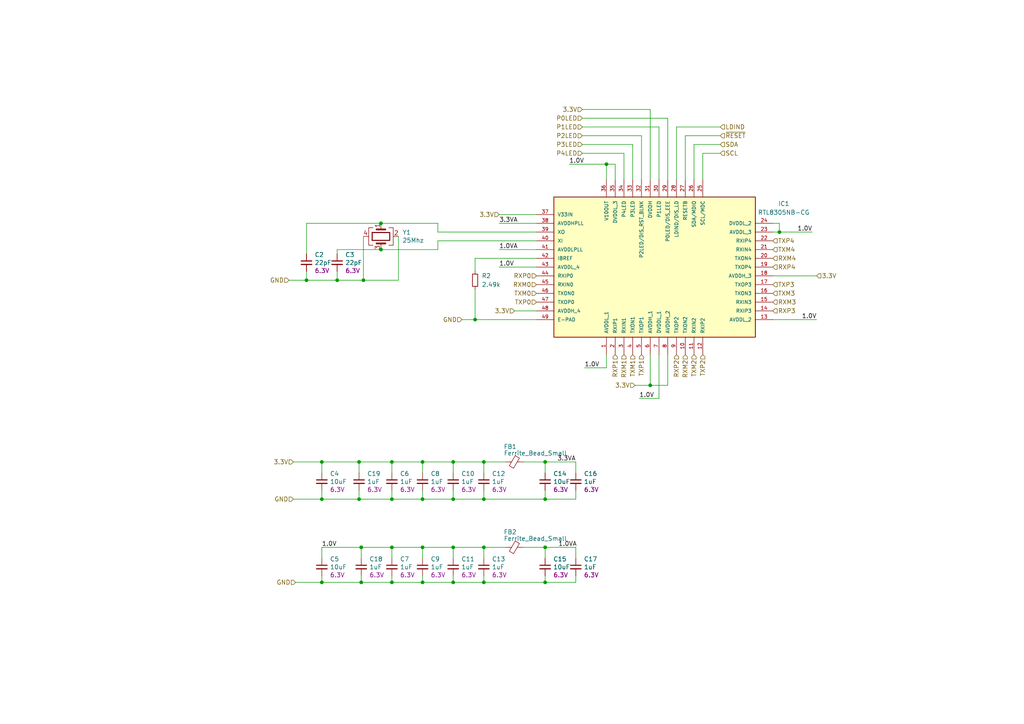
<source format=kicad_sch>
(kicad_sch (version 20211123) (generator eeschema)

  (uuid 19b02352-1e3b-4733-8afe-321d5e4b46f4)

  (paper "A4")

  (lib_symbols
    (symbol "Device:C_Small" (pin_numbers hide) (pin_names (offset 0.254) hide) (in_bom yes) (on_board yes)
      (property "Reference" "C" (id 0) (at 0.254 1.778 0)
        (effects (font (size 1.27 1.27)) (justify left))
      )
      (property "Value" "C_Small" (id 1) (at 0.254 -2.032 0)
        (effects (font (size 1.27 1.27)) (justify left))
      )
      (property "Footprint" "" (id 2) (at 0 0 0)
        (effects (font (size 1.27 1.27)) hide)
      )
      (property "Datasheet" "~" (id 3) (at 0 0 0)
        (effects (font (size 1.27 1.27)) hide)
      )
      (property "ki_keywords" "capacitor cap" (id 4) (at 0 0 0)
        (effects (font (size 1.27 1.27)) hide)
      )
      (property "ki_description" "Unpolarized capacitor, small symbol" (id 5) (at 0 0 0)
        (effects (font (size 1.27 1.27)) hide)
      )
      (property "ki_fp_filters" "C_*" (id 6) (at 0 0 0)
        (effects (font (size 1.27 1.27)) hide)
      )
      (symbol "C_Small_0_1"
        (polyline
          (pts
            (xy -1.524 -0.508)
            (xy 1.524 -0.508)
          )
          (stroke (width 0.3302) (type default) (color 0 0 0 0))
          (fill (type none))
        )
        (polyline
          (pts
            (xy -1.524 0.508)
            (xy 1.524 0.508)
          )
          (stroke (width 0.3048) (type default) (color 0 0 0 0))
          (fill (type none))
        )
      )
      (symbol "C_Small_1_1"
        (pin passive line (at 0 2.54 270) (length 2.032)
          (name "~" (effects (font (size 1.27 1.27))))
          (number "1" (effects (font (size 1.27 1.27))))
        )
        (pin passive line (at 0 -2.54 90) (length 2.032)
          (name "~" (effects (font (size 1.27 1.27))))
          (number "2" (effects (font (size 1.27 1.27))))
        )
      )
    )
    (symbol "Device:Crystal_GND24" (pin_names (offset 1.016) hide) (in_bom yes) (on_board yes)
      (property "Reference" "Y" (id 0) (at 3.175 5.08 0)
        (effects (font (size 1.27 1.27)) (justify left))
      )
      (property "Value" "Crystal_GND24" (id 1) (at 3.175 3.175 0)
        (effects (font (size 1.27 1.27)) (justify left))
      )
      (property "Footprint" "" (id 2) (at 0 0 0)
        (effects (font (size 1.27 1.27)) hide)
      )
      (property "Datasheet" "~" (id 3) (at 0 0 0)
        (effects (font (size 1.27 1.27)) hide)
      )
      (property "ki_keywords" "quartz ceramic resonator oscillator" (id 4) (at 0 0 0)
        (effects (font (size 1.27 1.27)) hide)
      )
      (property "ki_description" "Four pin crystal, GND on pins 2 and 4" (id 5) (at 0 0 0)
        (effects (font (size 1.27 1.27)) hide)
      )
      (property "ki_fp_filters" "Crystal*" (id 6) (at 0 0 0)
        (effects (font (size 1.27 1.27)) hide)
      )
      (symbol "Crystal_GND24_0_1"
        (rectangle (start -1.143 2.54) (end 1.143 -2.54)
          (stroke (width 0.3048) (type default) (color 0 0 0 0))
          (fill (type none))
        )
        (polyline
          (pts
            (xy -2.54 0)
            (xy -2.032 0)
          )
          (stroke (width 0) (type default) (color 0 0 0 0))
          (fill (type none))
        )
        (polyline
          (pts
            (xy -2.032 -1.27)
            (xy -2.032 1.27)
          )
          (stroke (width 0.508) (type default) (color 0 0 0 0))
          (fill (type none))
        )
        (polyline
          (pts
            (xy 0 -3.81)
            (xy 0 -3.556)
          )
          (stroke (width 0) (type default) (color 0 0 0 0))
          (fill (type none))
        )
        (polyline
          (pts
            (xy 0 3.556)
            (xy 0 3.81)
          )
          (stroke (width 0) (type default) (color 0 0 0 0))
          (fill (type none))
        )
        (polyline
          (pts
            (xy 2.032 -1.27)
            (xy 2.032 1.27)
          )
          (stroke (width 0.508) (type default) (color 0 0 0 0))
          (fill (type none))
        )
        (polyline
          (pts
            (xy 2.032 0)
            (xy 2.54 0)
          )
          (stroke (width 0) (type default) (color 0 0 0 0))
          (fill (type none))
        )
        (polyline
          (pts
            (xy -2.54 -2.286)
            (xy -2.54 -3.556)
            (xy 2.54 -3.556)
            (xy 2.54 -2.286)
          )
          (stroke (width 0) (type default) (color 0 0 0 0))
          (fill (type none))
        )
        (polyline
          (pts
            (xy -2.54 2.286)
            (xy -2.54 3.556)
            (xy 2.54 3.556)
            (xy 2.54 2.286)
          )
          (stroke (width 0) (type default) (color 0 0 0 0))
          (fill (type none))
        )
      )
      (symbol "Crystal_GND24_1_1"
        (pin passive line (at -3.81 0 0) (length 1.27)
          (name "1" (effects (font (size 1.27 1.27))))
          (number "1" (effects (font (size 1.27 1.27))))
        )
        (pin passive line (at 0 5.08 270) (length 1.27)
          (name "2" (effects (font (size 1.27 1.27))))
          (number "2" (effects (font (size 1.27 1.27))))
        )
        (pin passive line (at 3.81 0 180) (length 1.27)
          (name "3" (effects (font (size 1.27 1.27))))
          (number "3" (effects (font (size 1.27 1.27))))
        )
        (pin passive line (at 0 -5.08 90) (length 1.27)
          (name "4" (effects (font (size 1.27 1.27))))
          (number "4" (effects (font (size 1.27 1.27))))
        )
      )
    )
    (symbol "Device:FerriteBead_Small" (pin_numbers hide) (pin_names (offset 0)) (in_bom yes) (on_board yes)
      (property "Reference" "FB" (id 0) (at 1.905 1.27 0)
        (effects (font (size 1.27 1.27)) (justify left))
      )
      (property "Value" "FerriteBead_Small" (id 1) (at 1.905 -1.27 0)
        (effects (font (size 1.27 1.27)) (justify left))
      )
      (property "Footprint" "" (id 2) (at -1.778 0 90)
        (effects (font (size 1.27 1.27)) hide)
      )
      (property "Datasheet" "~" (id 3) (at 0 0 0)
        (effects (font (size 1.27 1.27)) hide)
      )
      (property "ki_keywords" "L ferrite bead inductor filter" (id 4) (at 0 0 0)
        (effects (font (size 1.27 1.27)) hide)
      )
      (property "ki_description" "Ferrite bead, small symbol" (id 5) (at 0 0 0)
        (effects (font (size 1.27 1.27)) hide)
      )
      (property "ki_fp_filters" "Inductor_* L_* *Ferrite*" (id 6) (at 0 0 0)
        (effects (font (size 1.27 1.27)) hide)
      )
      (symbol "FerriteBead_Small_0_1"
        (polyline
          (pts
            (xy 0 -1.27)
            (xy 0 -0.7874)
          )
          (stroke (width 0) (type default) (color 0 0 0 0))
          (fill (type none))
        )
        (polyline
          (pts
            (xy 0 0.889)
            (xy 0 1.2954)
          )
          (stroke (width 0) (type default) (color 0 0 0 0))
          (fill (type none))
        )
        (polyline
          (pts
            (xy -1.8288 0.2794)
            (xy -1.1176 1.4986)
            (xy 1.8288 -0.2032)
            (xy 1.1176 -1.4224)
            (xy -1.8288 0.2794)
          )
          (stroke (width 0) (type default) (color 0 0 0 0))
          (fill (type none))
        )
      )
      (symbol "FerriteBead_Small_1_1"
        (pin passive line (at 0 2.54 270) (length 1.27)
          (name "~" (effects (font (size 1.27 1.27))))
          (number "1" (effects (font (size 1.27 1.27))))
        )
        (pin passive line (at 0 -2.54 90) (length 1.27)
          (name "~" (effects (font (size 1.27 1.27))))
          (number "2" (effects (font (size 1.27 1.27))))
        )
      )
    )
    (symbol "Device:R_Small" (pin_numbers hide) (pin_names (offset 0.254) hide) (in_bom yes) (on_board yes)
      (property "Reference" "R" (id 0) (at 0.762 0.508 0)
        (effects (font (size 1.27 1.27)) (justify left))
      )
      (property "Value" "R_Small" (id 1) (at 0.762 -1.016 0)
        (effects (font (size 1.27 1.27)) (justify left))
      )
      (property "Footprint" "" (id 2) (at 0 0 0)
        (effects (font (size 1.27 1.27)) hide)
      )
      (property "Datasheet" "~" (id 3) (at 0 0 0)
        (effects (font (size 1.27 1.27)) hide)
      )
      (property "ki_keywords" "R resistor" (id 4) (at 0 0 0)
        (effects (font (size 1.27 1.27)) hide)
      )
      (property "ki_description" "Resistor, small symbol" (id 5) (at 0 0 0)
        (effects (font (size 1.27 1.27)) hide)
      )
      (property "ki_fp_filters" "R_*" (id 6) (at 0 0 0)
        (effects (font (size 1.27 1.27)) hide)
      )
      (symbol "R_Small_0_1"
        (rectangle (start -0.762 1.778) (end 0.762 -1.778)
          (stroke (width 0.2032) (type default) (color 0 0 0 0))
          (fill (type none))
        )
      )
      (symbol "R_Small_1_1"
        (pin passive line (at 0 2.54 270) (length 0.762)
          (name "~" (effects (font (size 1.27 1.27))))
          (number "1" (effects (font (size 1.27 1.27))))
        )
        (pin passive line (at 0 -2.54 90) (length 0.762)
          (name "~" (effects (font (size 1.27 1.27))))
          (number "2" (effects (font (size 1.27 1.27))))
        )
      )
    )
    (symbol "parts:RTL8305NB-CG" (pin_names (offset 1.016)) (in_bom yes) (on_board yes)
      (property "Reference" "IC" (id 0) (at 46.99 20.32 0)
        (effects (font (size 1.27 1.27)) (justify left))
      )
      (property "Value" "RTL8305NB-CG" (id 1) (at 46.99 17.78 0)
        (effects (font (size 1.27 1.27)) (justify left))
      )
      (property "Footprint" "" (id 2) (at 0 0 0)
        (effects (font (size 1.27 1.27)) hide)
      )
      (property "Datasheet" "" (id 3) (at 0 0 0)
        (effects (font (size 1.27 1.27)) hide)
      )
      (property "MANUFACTURER_PART_NUMBER" "RTL8305NB-CG" (id 4) (at 0 0 0)
        (effects (font (size 1.27 1.27)) (justify bottom) hide)
      )
      (property "WINSOURCE_PART_NUMBER" "" (id 5) (at 0 0 0)
        (effects (font (size 1.27 1.27)) (justify bottom) hide)
      )
      (property "MANUFACTURER_NAME" "Realtek" (id 6) (at 0 0 0)
        (effects (font (size 1.27 1.27)) (justify bottom) hide)
      )
      (property "HEIGHT" "1mm" (id 7) (at 0 0 0)
        (effects (font (size 1.27 1.27)) (justify bottom) hide)
      )
      (property "WINSOURCE_PRICE-STOCK" "" (id 8) (at 0 0 0)
        (effects (font (size 1.27 1.27)) (justify bottom) hide)
      )
      (property "DESCRIPTION" "5-port 10/100 Network switch" (id 9) (at 0 0 0)
        (effects (font (size 1.27 1.27)) (justify bottom) hide)
      )
      (symbol "RTL8305NB-CG_0_0"
        (rectangle (start 5.08 -43.18) (end 45.72 15.24)
          (stroke (width 0.254) (type default) (color 0 0 0 0))
          (fill (type background))
        )
        (pin power_in line (at 0 0 0) (length 5.08)
          (name "AVDDL_1" (effects (font (size 1.016 1.016))))
          (number "1" (effects (font (size 1.016 1.016))))
        )
        (pin output line (at 0 -22.86 0) (length 5.08)
          (name "TXON2" (effects (font (size 1.016 1.016))))
          (number "10" (effects (font (size 1.016 1.016))))
        )
        (pin input line (at 0 -25.4 0) (length 5.08)
          (name "RXIN2" (effects (font (size 1.016 1.016))))
          (number "11" (effects (font (size 1.016 1.016))))
        )
        (pin input line (at 0 -27.94 0) (length 5.08)
          (name "RXIP2" (effects (font (size 1.016 1.016))))
          (number "12" (effects (font (size 1.016 1.016))))
        )
        (pin power_in line (at 10.16 -48.26 90) (length 5.08)
          (name "AVDDL_2" (effects (font (size 1.016 1.016))))
          (number "13" (effects (font (size 1.016 1.016))))
        )
        (pin input line (at 12.7 -48.26 90) (length 5.08)
          (name "RXIP3" (effects (font (size 1.016 1.016))))
          (number "14" (effects (font (size 1.016 1.016))))
        )
        (pin input line (at 15.24 -48.26 90) (length 5.08)
          (name "RXIN3" (effects (font (size 1.016 1.016))))
          (number "15" (effects (font (size 1.016 1.016))))
        )
        (pin output line (at 17.78 -48.26 90) (length 5.08)
          (name "TXON3" (effects (font (size 1.016 1.016))))
          (number "16" (effects (font (size 1.016 1.016))))
        )
        (pin output line (at 20.32 -48.26 90) (length 5.08)
          (name "TXOP3" (effects (font (size 1.016 1.016))))
          (number "17" (effects (font (size 1.016 1.016))))
        )
        (pin power_in line (at 22.86 -48.26 90) (length 5.08)
          (name "AVDDH_3" (effects (font (size 1.016 1.016))))
          (number "18" (effects (font (size 1.016 1.016))))
        )
        (pin output line (at 25.4 -48.26 90) (length 5.08)
          (name "TXOP4" (effects (font (size 1.016 1.016))))
          (number "19" (effects (font (size 1.016 1.016))))
        )
        (pin input line (at 0 -2.54 0) (length 5.08)
          (name "RXIP1" (effects (font (size 1.016 1.016))))
          (number "2" (effects (font (size 1.016 1.016))))
        )
        (pin output line (at 27.94 -48.26 90) (length 5.08)
          (name "TXON4" (effects (font (size 1.016 1.016))))
          (number "20" (effects (font (size 1.016 1.016))))
        )
        (pin input line (at 30.48 -48.26 90) (length 5.08)
          (name "RXIN4" (effects (font (size 1.016 1.016))))
          (number "21" (effects (font (size 1.016 1.016))))
        )
        (pin input line (at 33.02 -48.26 90) (length 5.08)
          (name "RXIP4" (effects (font (size 1.016 1.016))))
          (number "22" (effects (font (size 1.016 1.016))))
        )
        (pin power_in line (at 35.56 -48.26 90) (length 5.08)
          (name "AVDDL_3" (effects (font (size 1.016 1.016))))
          (number "23" (effects (font (size 1.016 1.016))))
        )
        (pin power_in line (at 38.1 -48.26 90) (length 5.08)
          (name "DVDDL_2" (effects (font (size 1.016 1.016))))
          (number "24" (effects (font (size 1.016 1.016))))
        )
        (pin bidirectional line (at 50.8 -27.94 180) (length 5.08)
          (name "SCL/MDC" (effects (font (size 1.016 1.016))))
          (number "25" (effects (font (size 1.016 1.016))))
        )
        (pin bidirectional line (at 50.8 -25.4 180) (length 5.08)
          (name "SDA/MDIO" (effects (font (size 1.016 1.016))))
          (number "26" (effects (font (size 1.016 1.016))))
        )
        (pin input line (at 50.8 -22.86 180) (length 5.08)
          (name "RESETB" (effects (font (size 1.016 1.016))))
          (number "27" (effects (font (size 1.016 1.016))))
        )
        (pin bidirectional line (at 50.8 -20.32 180) (length 5.08)
          (name "LDIND/DIS_LD" (effects (font (size 1.016 1.016))))
          (number "28" (effects (font (size 1.016 1.016))))
        )
        (pin bidirectional line (at 50.8 -17.78 180) (length 5.08)
          (name "P0LED/DIS_EEE" (effects (font (size 1.016 1.016))))
          (number "29" (effects (font (size 1.016 1.016))))
        )
        (pin input line (at 0 -5.08 0) (length 5.08)
          (name "RXIN1" (effects (font (size 1.016 1.016))))
          (number "3" (effects (font (size 1.016 1.016))))
        )
        (pin bidirectional line (at 50.8 -15.24 180) (length 5.08)
          (name "P1LED" (effects (font (size 1.016 1.016))))
          (number "30" (effects (font (size 1.016 1.016))))
        )
        (pin power_in line (at 50.8 -12.7 180) (length 5.08)
          (name "DVDDH" (effects (font (size 1.016 1.016))))
          (number "31" (effects (font (size 1.016 1.016))))
        )
        (pin bidirectional line (at 50.8 -10.16 180) (length 5.08)
          (name "P2LED/DIS_RST_BLNK" (effects (font (size 1.016 1.016))))
          (number "32" (effects (font (size 1.016 1.016))))
        )
        (pin bidirectional line (at 50.8 -7.62 180) (length 5.08)
          (name "P3LED" (effects (font (size 1.016 1.016))))
          (number "33" (effects (font (size 1.016 1.016))))
        )
        (pin bidirectional line (at 50.8 -5.08 180) (length 5.08)
          (name "P4LED" (effects (font (size 1.016 1.016))))
          (number "34" (effects (font (size 1.016 1.016))))
        )
        (pin power_in line (at 50.8 -2.54 180) (length 5.08)
          (name "DVDDL_3" (effects (font (size 1.016 1.016))))
          (number "35" (effects (font (size 1.016 1.016))))
        )
        (pin power_in line (at 50.8 0 180) (length 5.08)
          (name "V10OUT" (effects (font (size 1.016 1.016))))
          (number "36" (effects (font (size 1.016 1.016))))
        )
        (pin power_in line (at 40.64 20.32 270) (length 5.08)
          (name "V33IN" (effects (font (size 1.016 1.016))))
          (number "37" (effects (font (size 1.016 1.016))))
        )
        (pin power_in line (at 38.1 20.32 270) (length 5.08)
          (name "AVDDHPLL" (effects (font (size 1.016 1.016))))
          (number "38" (effects (font (size 1.016 1.016))))
        )
        (pin output line (at 35.56 20.32 270) (length 5.08)
          (name "XO" (effects (font (size 1.016 1.016))))
          (number "39" (effects (font (size 1.016 1.016))))
        )
        (pin output line (at 0 -7.62 0) (length 5.08)
          (name "TXON1" (effects (font (size 1.016 1.016))))
          (number "4" (effects (font (size 1.016 1.016))))
        )
        (pin input line (at 33.02 20.32 270) (length 5.08)
          (name "XI" (effects (font (size 1.016 1.016))))
          (number "40" (effects (font (size 1.016 1.016))))
        )
        (pin power_in line (at 30.48 20.32 270) (length 5.08)
          (name "AVDDLPLL" (effects (font (size 1.016 1.016))))
          (number "41" (effects (font (size 1.016 1.016))))
        )
        (pin output line (at 27.94 20.32 270) (length 5.08)
          (name "IBREF" (effects (font (size 1.016 1.016))))
          (number "42" (effects (font (size 1.016 1.016))))
        )
        (pin power_in line (at 25.4 20.32 270) (length 5.08)
          (name "AVDDL_4" (effects (font (size 1.016 1.016))))
          (number "43" (effects (font (size 1.016 1.016))))
        )
        (pin input line (at 22.86 20.32 270) (length 5.08)
          (name "RXIP0" (effects (font (size 1.016 1.016))))
          (number "44" (effects (font (size 1.016 1.016))))
        )
        (pin input line (at 20.32 20.32 270) (length 5.08)
          (name "RXIN0" (effects (font (size 1.016 1.016))))
          (number "45" (effects (font (size 1.016 1.016))))
        )
        (pin output line (at 17.78 20.32 270) (length 5.08)
          (name "TXON0" (effects (font (size 1.016 1.016))))
          (number "46" (effects (font (size 1.016 1.016))))
        )
        (pin output line (at 15.24 20.32 270) (length 5.08)
          (name "TXOP0" (effects (font (size 1.016 1.016))))
          (number "47" (effects (font (size 1.016 1.016))))
        )
        (pin power_in line (at 12.7 20.32 270) (length 5.08)
          (name "AVDDH_4" (effects (font (size 1.016 1.016))))
          (number "48" (effects (font (size 1.016 1.016))))
        )
        (pin power_in line (at 10.16 20.32 270) (length 5.08)
          (name "E-PAD" (effects (font (size 1.016 1.016))))
          (number "49" (effects (font (size 1.016 1.016))))
        )
        (pin output line (at 0 -10.16 0) (length 5.08)
          (name "TXOP1" (effects (font (size 1.016 1.016))))
          (number "5" (effects (font (size 1.016 1.016))))
        )
        (pin power_in line (at 0 -12.7 0) (length 5.08)
          (name "AVDDH_1" (effects (font (size 1.016 1.016))))
          (number "6" (effects (font (size 1.016 1.016))))
        )
        (pin power_in line (at 0 -15.24 0) (length 5.08)
          (name "DVDDL_1" (effects (font (size 1.016 1.016))))
          (number "7" (effects (font (size 1.016 1.016))))
        )
        (pin power_in line (at 0 -17.78 0) (length 5.08)
          (name "AVDDH_2" (effects (font (size 1.016 1.016))))
          (number "8" (effects (font (size 1.016 1.016))))
        )
        (pin output line (at 0 -20.32 0) (length 5.08)
          (name "TXOP2" (effects (font (size 1.016 1.016))))
          (number "9" (effects (font (size 1.016 1.016))))
        )
      )
    )
  )

  (junction (at 93.345 144.78) (diameter 0) (color 0 0 0 0)
    (uuid 00e2164f-434f-423b-a360-712650585407)
  )
  (junction (at 188.595 111.76) (diameter 0) (color 0 0 0 0)
    (uuid 06321315-ba46-4459-9b84-78a6308bc517)
  )
  (junction (at 105.41 81.28) (diameter 0) (color 0 0 0 0)
    (uuid 089f1a1a-7aa7-4c4d-9995-0168bde0ac5c)
  )
  (junction (at 158.115 168.91) (diameter 0) (color 0 0 0 0)
    (uuid 08f12e06-da8e-440b-8459-beab80e1a623)
  )
  (junction (at 175.895 47.625) (diameter 0) (color 0 0 0 0)
    (uuid 09617eda-8b2a-4693-a820-7609cb333e87)
  )
  (junction (at 122.555 133.985) (diameter 0) (color 0 0 0 0)
    (uuid 1835d57a-4d46-4f27-903f-4be4f0b2d128)
  )
  (junction (at 131.445 144.78) (diameter 0) (color 0 0 0 0)
    (uuid 18ae321d-a240-4303-8c28-0c0e5e755560)
  )
  (junction (at 122.555 144.78) (diameter 0) (color 0 0 0 0)
    (uuid 1fd50b55-e322-44f8-8d58-f9a20898c0e7)
  )
  (junction (at 113.665 144.78) (diameter 0) (color 0 0 0 0)
    (uuid 2c5b90b0-5d17-4b3c-9790-bf7d07936e81)
  )
  (junction (at 158.115 144.78) (diameter 0) (color 0 0 0 0)
    (uuid 2cc80365-dcce-4f88-8594-430c878902e5)
  )
  (junction (at 140.335 133.985) (diameter 0) (color 0 0 0 0)
    (uuid 2e94a43c-6853-43be-86d7-bba59f927412)
  )
  (junction (at 131.445 133.985) (diameter 0) (color 0 0 0 0)
    (uuid 36987ef6-3eb2-48e2-ba73-5e073bae60c6)
  )
  (junction (at 113.665 168.91) (diameter 0) (color 0 0 0 0)
    (uuid 42aaaa2e-e991-4921-b589-aa9a8ba41641)
  )
  (junction (at 131.445 158.75) (diameter 0) (color 0 0 0 0)
    (uuid 588e5f0b-9d7a-427f-bf81-e7ebce8ba8a2)
  )
  (junction (at 88.9 81.28) (diameter 0) (color 0 0 0 0)
    (uuid 65d261a2-6a6b-4754-925a-e2d5e1f928e7)
  )
  (junction (at 113.665 133.985) (diameter 0) (color 0 0 0 0)
    (uuid 6d53e4be-1b63-4b01-b968-60e3f4050364)
  )
  (junction (at 158.115 133.985) (diameter 0) (color 0 0 0 0)
    (uuid 6e25593d-2ed8-4f50-ac0e-977e7211abf7)
  )
  (junction (at 140.335 168.91) (diameter 0) (color 0 0 0 0)
    (uuid 6ffe3e56-6cd7-4914-bca8-f4fe539bd072)
  )
  (junction (at 113.665 158.75) (diameter 0) (color 0 0 0 0)
    (uuid 7e60ffff-746c-40b9-93f7-b97952428767)
  )
  (junction (at 140.335 158.75) (diameter 0) (color 0 0 0 0)
    (uuid 83b4b36d-60fb-48b6-a109-b05360402605)
  )
  (junction (at 226.06 67.31) (diameter 0) (color 0 0 0 0)
    (uuid 95e60abf-6d6a-4bed-951c-96ab33cfc9e8)
  )
  (junction (at 104.14 133.985) (diameter 0) (color 0 0 0 0)
    (uuid 9fc0a337-363d-41e4-a5e7-80f70a058acc)
  )
  (junction (at 104.775 158.75) (diameter 0) (color 0 0 0 0)
    (uuid a7595376-b354-4fc5-91ea-377475fc89eb)
  )
  (junction (at 140.335 144.78) (diameter 0) (color 0 0 0 0)
    (uuid a9796425-d0d2-4d5e-8006-0efc46ba311f)
  )
  (junction (at 97.79 81.28) (diameter 0) (color 0 0 0 0)
    (uuid b2689855-c5e3-48d2-b5df-6dc758df6d83)
  )
  (junction (at 110.49 72.39) (diameter 0) (color 0 0 0 0)
    (uuid b3d47e9c-9f3c-4133-aa8b-76115a0841fe)
  )
  (junction (at 137.795 92.71) (diameter 0) (color 0 0 0 0)
    (uuid c2a5c683-822c-41e5-8524-6795e580acfb)
  )
  (junction (at 104.14 144.78) (diameter 0) (color 0 0 0 0)
    (uuid c3f1c377-5091-4393-a7cf-d9a4894ad341)
  )
  (junction (at 131.445 168.91) (diameter 0) (color 0 0 0 0)
    (uuid d21dd869-f272-457f-8f7e-35a58df4ccb0)
  )
  (junction (at 158.115 158.75) (diameter 0) (color 0 0 0 0)
    (uuid d5e941d7-db50-46cb-b0f6-65e62a3fff96)
  )
  (junction (at 110.49 64.77) (diameter 0) (color 0 0 0 0)
    (uuid d8a5deb3-93e8-466d-8c4a-159ec365020b)
  )
  (junction (at 122.555 158.75) (diameter 0) (color 0 0 0 0)
    (uuid e3523d77-4e94-4a18-a722-fc01ad42e5e1)
  )
  (junction (at 104.775 168.91) (diameter 0) (color 0 0 0 0)
    (uuid e56e7e0f-3b69-4131-9c20-a83ef567ec72)
  )
  (junction (at 122.555 168.91) (diameter 0) (color 0 0 0 0)
    (uuid e707dbe3-5aa6-4077-b6ec-87c7cc266366)
  )
  (junction (at 93.345 168.91) (diameter 0) (color 0 0 0 0)
    (uuid e980a636-f898-444e-afdc-d99a59bad4a6)
  )
  (junction (at 93.345 133.985) (diameter 0) (color 0 0 0 0)
    (uuid fabc6943-3781-4e75-af52-dc110f152c3e)
  )

  (wire (pts (xy 188.595 111.76) (xy 193.675 111.76))
    (stroke (width 0) (type default) (color 0 0 0 0))
    (uuid 00d86314-a005-483e-acb4-5b5c22f3f414)
  )
  (wire (pts (xy 167.005 142.24) (xy 167.005 144.78))
    (stroke (width 0) (type default) (color 0 0 0 0))
    (uuid 02947f61-617b-4921-ba12-b310e1c5faa4)
  )
  (wire (pts (xy 97.79 72.39) (xy 110.49 72.39))
    (stroke (width 0) (type default) (color 0 0 0 0))
    (uuid 045629e9-01c7-4452-a28d-060e2d215757)
  )
  (wire (pts (xy 168.91 39.37) (xy 186.055 39.37))
    (stroke (width 0) (type default) (color 0 0 0 0))
    (uuid 04629d33-c477-457a-836a-fe5bdd6e11fd)
  )
  (wire (pts (xy 115.57 68.58) (xy 115.57 81.28))
    (stroke (width 0) (type default) (color 0 0 0 0))
    (uuid 04c5e922-aad9-46f1-bd5e-1610871dabda)
  )
  (wire (pts (xy 104.14 137.16) (xy 104.14 133.985))
    (stroke (width 0) (type default) (color 0 0 0 0))
    (uuid 09c5c086-b166-4943-b2b6-b45e96b5453c)
  )
  (wire (pts (xy 127 64.77) (xy 127 67.31))
    (stroke (width 0) (type default) (color 0 0 0 0))
    (uuid 0d7a37f8-bc12-4db4-b226-8e6b0c2c2d91)
  )
  (wire (pts (xy 113.665 167.005) (xy 113.665 168.91))
    (stroke (width 0) (type default) (color 0 0 0 0))
    (uuid 0f288505-f372-4401-b741-4206eebbb08f)
  )
  (wire (pts (xy 175.895 47.625) (xy 178.435 47.625))
    (stroke (width 0) (type default) (color 0 0 0 0))
    (uuid 12297026-e0f8-47b3-90cc-6fe7b83614a8)
  )
  (wire (pts (xy 97.79 73.66) (xy 97.79 72.39))
    (stroke (width 0) (type default) (color 0 0 0 0))
    (uuid 127bfc90-10ec-4344-8548-247d9f30b4f9)
  )
  (wire (pts (xy 131.445 137.16) (xy 131.445 133.985))
    (stroke (width 0) (type default) (color 0 0 0 0))
    (uuid 1361ec71-4a36-401a-8740-07396ece9bb9)
  )
  (wire (pts (xy 144.78 72.39) (xy 155.575 72.39))
    (stroke (width 0) (type default) (color 0 0 0 0))
    (uuid 15404fc5-f67c-4eb2-ba6b-14ef4e1df4b9)
  )
  (wire (pts (xy 122.555 167.005) (xy 122.555 168.91))
    (stroke (width 0) (type default) (color 0 0 0 0))
    (uuid 1aec7ed3-78da-426a-8c67-1065fcbde8cc)
  )
  (wire (pts (xy 104.775 168.91) (xy 113.665 168.91))
    (stroke (width 0) (type default) (color 0 0 0 0))
    (uuid 1b586206-6fff-450e-8d94-4807ba23b370)
  )
  (wire (pts (xy 185.42 115.57) (xy 191.135 115.57))
    (stroke (width 0) (type default) (color 0 0 0 0))
    (uuid 1d4fc839-b595-4361-ba53-138e94c8039e)
  )
  (wire (pts (xy 83.82 81.28) (xy 88.9 81.28))
    (stroke (width 0) (type default) (color 0 0 0 0))
    (uuid 1f48915a-3e85-490b-905c-e5cb091ab41d)
  )
  (wire (pts (xy 158.115 142.24) (xy 158.115 144.78))
    (stroke (width 0) (type default) (color 0 0 0 0))
    (uuid 201bdf1c-b717-40e0-b830-d7c2e80e3b4c)
  )
  (wire (pts (xy 140.335 133.985) (xy 146.685 133.985))
    (stroke (width 0) (type default) (color 0 0 0 0))
    (uuid 2492a1d0-3b0f-492b-82b3-20100d9a91d0)
  )
  (wire (pts (xy 167.005 133.985) (xy 167.005 137.16))
    (stroke (width 0) (type default) (color 0 0 0 0))
    (uuid 25bf845b-6608-4056-8fe0-d902d25ab9b3)
  )
  (wire (pts (xy 93.345 168.91) (xy 104.775 168.91))
    (stroke (width 0) (type default) (color 0 0 0 0))
    (uuid 2a457451-fd09-4011-afc0-dd2ffec68804)
  )
  (wire (pts (xy 168.91 31.75) (xy 188.595 31.75))
    (stroke (width 0) (type default) (color 0 0 0 0))
    (uuid 2aa017e8-0d44-4733-b047-a5e241929f6a)
  )
  (wire (pts (xy 224.155 80.01) (xy 236.855 80.01))
    (stroke (width 0) (type default) (color 0 0 0 0))
    (uuid 2f67ccd3-b359-4e36-9fa0-b898858651b8)
  )
  (wire (pts (xy 113.665 168.91) (xy 122.555 168.91))
    (stroke (width 0) (type default) (color 0 0 0 0))
    (uuid 304c20e4-cee8-4ca5-8929-3264b7a7c694)
  )
  (wire (pts (xy 93.345 144.78) (xy 104.14 144.78))
    (stroke (width 0) (type default) (color 0 0 0 0))
    (uuid 30682ad9-cce2-41b8-91bf-b4d4e08058b4)
  )
  (wire (pts (xy 104.775 161.925) (xy 104.775 158.75))
    (stroke (width 0) (type default) (color 0 0 0 0))
    (uuid 30907c4e-04d5-4e89-af5d-abb2f3bbd1ce)
  )
  (wire (pts (xy 208.915 36.83) (xy 196.215 36.83))
    (stroke (width 0) (type default) (color 0 0 0 0))
    (uuid 31175c31-b0d8-4d7c-ab41-eda6fdfa2dee)
  )
  (wire (pts (xy 93.345 142.24) (xy 93.345 144.78))
    (stroke (width 0) (type default) (color 0 0 0 0))
    (uuid 31d78e86-c6e6-4278-8be7-d7b48b215f28)
  )
  (wire (pts (xy 131.445 161.925) (xy 131.445 158.75))
    (stroke (width 0) (type default) (color 0 0 0 0))
    (uuid 32989be8-a432-4abb-9afb-d038b518b73d)
  )
  (wire (pts (xy 122.555 161.925) (xy 122.555 158.75))
    (stroke (width 0) (type default) (color 0 0 0 0))
    (uuid 330dd0a5-e44f-4ad1-9796-9e0d5672835f)
  )
  (wire (pts (xy 85.725 168.91) (xy 93.345 168.91))
    (stroke (width 0) (type default) (color 0 0 0 0))
    (uuid 345fca3c-115c-45b9-b2c5-eea48d2eb4f5)
  )
  (wire (pts (xy 168.91 41.91) (xy 183.515 41.91))
    (stroke (width 0) (type default) (color 0 0 0 0))
    (uuid 35f241b8-e612-47ad-a02d-113bf6c0023a)
  )
  (wire (pts (xy 122.555 137.16) (xy 122.555 133.985))
    (stroke (width 0) (type default) (color 0 0 0 0))
    (uuid 3643a422-0ea3-4598-aac0-3f3e20bac870)
  )
  (wire (pts (xy 151.765 133.985) (xy 158.115 133.985))
    (stroke (width 0) (type default) (color 0 0 0 0))
    (uuid 371e34ce-6cb9-407c-b141-e8bfe5d3bb11)
  )
  (wire (pts (xy 178.435 47.625) (xy 178.435 52.07))
    (stroke (width 0) (type default) (color 0 0 0 0))
    (uuid 38dbc0ca-86e1-4901-8bc8-969e55cffc88)
  )
  (wire (pts (xy 122.555 168.91) (xy 131.445 168.91))
    (stroke (width 0) (type default) (color 0 0 0 0))
    (uuid 39306e84-2615-49da-ac8a-17416aea01d4)
  )
  (wire (pts (xy 131.445 144.78) (xy 140.335 144.78))
    (stroke (width 0) (type default) (color 0 0 0 0))
    (uuid 3947b935-348b-4259-ab49-60de2a83a31d)
  )
  (wire (pts (xy 191.135 115.57) (xy 191.135 102.87))
    (stroke (width 0) (type default) (color 0 0 0 0))
    (uuid 3c853335-1383-41ba-b22c-f6985433aba3)
  )
  (wire (pts (xy 140.335 144.78) (xy 158.115 144.78))
    (stroke (width 0) (type default) (color 0 0 0 0))
    (uuid 3de8cb8b-3aef-457a-b2ce-582e40d15283)
  )
  (wire (pts (xy 113.665 161.925) (xy 113.665 158.75))
    (stroke (width 0) (type default) (color 0 0 0 0))
    (uuid 40090c83-fd73-4734-8238-14c7978ccf5a)
  )
  (wire (pts (xy 158.115 158.75) (xy 158.115 161.925))
    (stroke (width 0) (type default) (color 0 0 0 0))
    (uuid 41f48c8f-6a81-4050-9335-616560d37e1a)
  )
  (wire (pts (xy 127 72.39) (xy 127 69.85))
    (stroke (width 0) (type default) (color 0 0 0 0))
    (uuid 421dabc0-2815-4ea4-a53a-f1ebf5966576)
  )
  (wire (pts (xy 113.665 158.75) (xy 122.555 158.75))
    (stroke (width 0) (type default) (color 0 0 0 0))
    (uuid 4244a7c8-6c16-4ec3-acd5-ef86c457f553)
  )
  (wire (pts (xy 113.665 142.24) (xy 113.665 144.78))
    (stroke (width 0) (type default) (color 0 0 0 0))
    (uuid 47c384f6-3fe5-4d1d-8374-3fa2f19b5b2f)
  )
  (wire (pts (xy 203.835 44.45) (xy 208.915 44.45))
    (stroke (width 0) (type default) (color 0 0 0 0))
    (uuid 47eb4d76-e0d4-473a-8a26-5a7a7b7c6095)
  )
  (wire (pts (xy 131.445 167.005) (xy 131.445 168.91))
    (stroke (width 0) (type default) (color 0 0 0 0))
    (uuid 4c0c53c7-6d79-4d02-bec0-9597d9316112)
  )
  (wire (pts (xy 158.115 133.985) (xy 167.005 133.985))
    (stroke (width 0) (type default) (color 0 0 0 0))
    (uuid 4f4e387a-106a-42df-9199-54e6538c386a)
  )
  (wire (pts (xy 144.78 64.77) (xy 155.575 64.77))
    (stroke (width 0) (type default) (color 0 0 0 0))
    (uuid 529b26b1-4dc0-46e2-83e7-fe1e68c4c4ca)
  )
  (wire (pts (xy 198.755 39.37) (xy 198.755 52.07))
    (stroke (width 0) (type default) (color 0 0 0 0))
    (uuid 53e52e7c-0df3-4912-9b60-5bc4914b9bab)
  )
  (wire (pts (xy 93.345 161.925) (xy 93.345 158.75))
    (stroke (width 0) (type default) (color 0 0 0 0))
    (uuid 55386917-9e2c-452b-8060-109b3f695186)
  )
  (wire (pts (xy 201.295 41.91) (xy 201.295 52.07))
    (stroke (width 0) (type default) (color 0 0 0 0))
    (uuid 570910e3-d488-4eee-9859-cb54efa12c82)
  )
  (wire (pts (xy 193.675 111.76) (xy 193.675 102.87))
    (stroke (width 0) (type default) (color 0 0 0 0))
    (uuid 5b5f182a-8cde-4f5c-a819-5e6aa8150f44)
  )
  (wire (pts (xy 104.775 158.75) (xy 113.665 158.75))
    (stroke (width 0) (type default) (color 0 0 0 0))
    (uuid 609ed825-c5a6-4718-90c0-50dff84c38f1)
  )
  (wire (pts (xy 97.79 81.28) (xy 105.41 81.28))
    (stroke (width 0) (type default) (color 0 0 0 0))
    (uuid 618be784-cd47-4824-8b6f-c22fe4ba4838)
  )
  (wire (pts (xy 137.795 78.74) (xy 137.795 74.93))
    (stroke (width 0) (type default) (color 0 0 0 0))
    (uuid 64fde688-ef1a-4c9d-8ce3-5a863823bc16)
  )
  (wire (pts (xy 88.9 81.28) (xy 97.79 81.28))
    (stroke (width 0) (type default) (color 0 0 0 0))
    (uuid 663094b9-39b3-41b2-af1b-e7204772d10f)
  )
  (wire (pts (xy 113.665 133.985) (xy 122.555 133.985))
    (stroke (width 0) (type default) (color 0 0 0 0))
    (uuid 66311c8c-4bde-4639-8094-2db05f6a047b)
  )
  (wire (pts (xy 175.895 47.625) (xy 175.895 52.07))
    (stroke (width 0) (type default) (color 0 0 0 0))
    (uuid 6a4a6ddc-09d6-4fde-8835-bf0c5960423f)
  )
  (wire (pts (xy 110.49 64.77) (xy 127 64.77))
    (stroke (width 0) (type default) (color 0 0 0 0))
    (uuid 6b3aa70f-df91-4f82-90b7-6379aa3ac20b)
  )
  (wire (pts (xy 167.005 167.005) (xy 167.005 168.91))
    (stroke (width 0) (type default) (color 0 0 0 0))
    (uuid 7150b038-f599-43b7-8ad0-bda8eea8fa43)
  )
  (wire (pts (xy 104.14 144.78) (xy 113.665 144.78))
    (stroke (width 0) (type default) (color 0 0 0 0))
    (uuid 7163088d-1815-46ed-9437-3efe7b3c148f)
  )
  (wire (pts (xy 144.78 77.47) (xy 155.575 77.47))
    (stroke (width 0) (type default) (color 0 0 0 0))
    (uuid 7417a84d-e9c8-444a-87c4-dfd7943058a7)
  )
  (wire (pts (xy 167.005 158.75) (xy 167.005 161.925))
    (stroke (width 0) (type default) (color 0 0 0 0))
    (uuid 74be1d27-7cc6-4941-80d1-8e9f44c35d26)
  )
  (wire (pts (xy 85.09 133.985) (xy 93.345 133.985))
    (stroke (width 0) (type default) (color 0 0 0 0))
    (uuid 74ec5f5a-b5ac-42d2-943b-0ce48ce603ce)
  )
  (wire (pts (xy 158.115 167.005) (xy 158.115 168.91))
    (stroke (width 0) (type default) (color 0 0 0 0))
    (uuid 74f5fec5-95d6-48a4-b6c1-262fb352776a)
  )
  (wire (pts (xy 127 67.31) (xy 155.575 67.31))
    (stroke (width 0) (type default) (color 0 0 0 0))
    (uuid 75ffd237-edf9-46aa-9b78-3159cd4f748f)
  )
  (wire (pts (xy 127 72.39) (xy 110.49 72.39))
    (stroke (width 0) (type default) (color 0 0 0 0))
    (uuid 7a144b56-d956-44fd-9e52-b243e703a703)
  )
  (wire (pts (xy 137.795 74.93) (xy 155.575 74.93))
    (stroke (width 0) (type default) (color 0 0 0 0))
    (uuid 7b401d66-c2a2-4e15-b69d-feed51da388b)
  )
  (wire (pts (xy 226.06 67.31) (xy 235.585 67.31))
    (stroke (width 0) (type default) (color 0 0 0 0))
    (uuid 7b6a48a1-361a-4ec3-88b6-e13ccdb6ffd0)
  )
  (wire (pts (xy 113.665 144.78) (xy 122.555 144.78))
    (stroke (width 0) (type default) (color 0 0 0 0))
    (uuid 7bcdafa5-1a36-4b65-a3ae-5a7f6cb33a91)
  )
  (wire (pts (xy 158.115 158.75) (xy 167.005 158.75))
    (stroke (width 0) (type default) (color 0 0 0 0))
    (uuid 7c1073de-4ffb-42e2-ad87-cc81fff4b1e0)
  )
  (wire (pts (xy 140.335 168.91) (xy 158.115 168.91))
    (stroke (width 0) (type default) (color 0 0 0 0))
    (uuid 7ec3985b-5373-40bc-9fa7-cfb4652c53a4)
  )
  (wire (pts (xy 133.985 92.71) (xy 137.795 92.71))
    (stroke (width 0) (type default) (color 0 0 0 0))
    (uuid 7ed5bc2c-3102-4301-8687-45b50f510c02)
  )
  (wire (pts (xy 224.155 64.77) (xy 226.06 64.77))
    (stroke (width 0) (type default) (color 0 0 0 0))
    (uuid 808774ad-63b1-4c4b-9539-568a1c53f678)
  )
  (wire (pts (xy 85.09 144.78) (xy 93.345 144.78))
    (stroke (width 0) (type default) (color 0 0 0 0))
    (uuid 83593162-d18b-46bf-b325-f0bcd9a699d8)
  )
  (wire (pts (xy 224.155 92.71) (xy 236.855 92.71))
    (stroke (width 0) (type default) (color 0 0 0 0))
    (uuid 839fb9ea-457e-4001-8a6b-1fcdc5fbf817)
  )
  (wire (pts (xy 224.155 67.31) (xy 226.06 67.31))
    (stroke (width 0) (type default) (color 0 0 0 0))
    (uuid 8b6f040d-bb32-46a7-a9dd-fa88cdc406cf)
  )
  (wire (pts (xy 144.78 62.23) (xy 155.575 62.23))
    (stroke (width 0) (type default) (color 0 0 0 0))
    (uuid 8d9e587f-36d4-4675-9028-65607156079c)
  )
  (wire (pts (xy 140.335 137.16) (xy 140.335 133.985))
    (stroke (width 0) (type default) (color 0 0 0 0))
    (uuid 914f57bb-d89e-4e7a-9f46-f7b7667d4b31)
  )
  (wire (pts (xy 93.345 133.985) (xy 104.14 133.985))
    (stroke (width 0) (type default) (color 0 0 0 0))
    (uuid 91f0813b-0b59-4c7b-8aae-a39e3b537c27)
  )
  (wire (pts (xy 168.91 34.29) (xy 193.675 34.29))
    (stroke (width 0) (type default) (color 0 0 0 0))
    (uuid 92293235-f681-4e63-9656-d272548b397d)
  )
  (wire (pts (xy 104.775 167.005) (xy 104.775 168.91))
    (stroke (width 0) (type default) (color 0 0 0 0))
    (uuid 956d8026-9c2a-4ebe-a9e6-ec8719df80f0)
  )
  (wire (pts (xy 131.445 142.24) (xy 131.445 144.78))
    (stroke (width 0) (type default) (color 0 0 0 0))
    (uuid 9c61e932-4ef6-4dab-b304-cfbf19dcb88a)
  )
  (wire (pts (xy 180.975 44.45) (xy 180.975 52.07))
    (stroke (width 0) (type default) (color 0 0 0 0))
    (uuid 9ccaf01e-0842-46b9-a6f2-c65458995c34)
  )
  (wire (pts (xy 168.91 36.83) (xy 191.135 36.83))
    (stroke (width 0) (type default) (color 0 0 0 0))
    (uuid 9d493d99-d4a7-44b6-a888-e3e3edf595a3)
  )
  (wire (pts (xy 93.345 137.16) (xy 93.345 133.985))
    (stroke (width 0) (type default) (color 0 0 0 0))
    (uuid 9e6c58a5-df00-4618-b2a0-bf9c666cf9f3)
  )
  (wire (pts (xy 158.115 144.78) (xy 167.005 144.78))
    (stroke (width 0) (type default) (color 0 0 0 0))
    (uuid a0250120-ee3c-4a18-b42b-932eed6020cf)
  )
  (wire (pts (xy 137.795 83.82) (xy 137.795 92.71))
    (stroke (width 0) (type default) (color 0 0 0 0))
    (uuid a5beedc1-1092-4b5f-9f57-342bc14967e7)
  )
  (wire (pts (xy 203.835 52.07) (xy 203.835 44.45))
    (stroke (width 0) (type default) (color 0 0 0 0))
    (uuid a6a81f21-4765-4ac6-9b13-d45796f10ba1)
  )
  (wire (pts (xy 105.41 81.28) (xy 115.57 81.28))
    (stroke (width 0) (type default) (color 0 0 0 0))
    (uuid a6ee57d7-c0da-4293-9d8d-3173fa2f3487)
  )
  (wire (pts (xy 137.795 92.71) (xy 155.575 92.71))
    (stroke (width 0) (type default) (color 0 0 0 0))
    (uuid a9a05a63-d2b0-4768-aa17-a11b3209e680)
  )
  (wire (pts (xy 131.445 168.91) (xy 140.335 168.91))
    (stroke (width 0) (type default) (color 0 0 0 0))
    (uuid aa136415-9f25-4b95-bcc3-b1002f42021a)
  )
  (wire (pts (xy 169.545 106.68) (xy 175.895 106.68))
    (stroke (width 0) (type default) (color 0 0 0 0))
    (uuid ad5b8dac-e549-4875-943f-9612ca8a6dab)
  )
  (wire (pts (xy 184.15 111.76) (xy 188.595 111.76))
    (stroke (width 0) (type default) (color 0 0 0 0))
    (uuid ae5bce08-0623-4ae9-a3df-e0af800a4dd3)
  )
  (wire (pts (xy 140.335 161.925) (xy 140.335 158.75))
    (stroke (width 0) (type default) (color 0 0 0 0))
    (uuid af1ba165-47fd-4633-86e4-90206ec9379e)
  )
  (wire (pts (xy 122.555 133.985) (xy 131.445 133.985))
    (stroke (width 0) (type default) (color 0 0 0 0))
    (uuid af8aec81-1b17-4d7b-84e9-fb8f70ab8fd4)
  )
  (wire (pts (xy 131.445 133.985) (xy 140.335 133.985))
    (stroke (width 0) (type default) (color 0 0 0 0))
    (uuid b126e5fc-7624-4139-8ccb-75561d340c26)
  )
  (wire (pts (xy 188.595 111.76) (xy 188.595 102.87))
    (stroke (width 0) (type default) (color 0 0 0 0))
    (uuid b171d074-61fb-4e5b-9c31-49cf25e20f79)
  )
  (wire (pts (xy 188.595 31.75) (xy 188.595 52.07))
    (stroke (width 0) (type default) (color 0 0 0 0))
    (uuid b2cc1a95-6301-4ac8-bdaa-4522baa5869a)
  )
  (wire (pts (xy 149.225 90.17) (xy 155.575 90.17))
    (stroke (width 0) (type default) (color 0 0 0 0))
    (uuid b396ed6b-f687-408e-953c-8b6833d4465a)
  )
  (wire (pts (xy 226.06 64.77) (xy 226.06 67.31))
    (stroke (width 0) (type default) (color 0 0 0 0))
    (uuid b4082254-5bd0-40d4-a198-23bf69f9e69d)
  )
  (wire (pts (xy 104.14 142.24) (xy 104.14 144.78))
    (stroke (width 0) (type default) (color 0 0 0 0))
    (uuid ba167db8-54b2-42a3-bc04-e57401b2c5a1)
  )
  (wire (pts (xy 186.055 39.37) (xy 186.055 52.07))
    (stroke (width 0) (type default) (color 0 0 0 0))
    (uuid bf0dbc33-9743-4022-87cd-7ded87ed46b1)
  )
  (wire (pts (xy 113.665 137.16) (xy 113.665 133.985))
    (stroke (width 0) (type default) (color 0 0 0 0))
    (uuid bfaa8b4d-d6e3-4341-a160-3a8cfbfa33d3)
  )
  (wire (pts (xy 168.91 44.45) (xy 180.975 44.45))
    (stroke (width 0) (type default) (color 0 0 0 0))
    (uuid c083f8ab-bf6f-49ec-8ec6-581db669eedb)
  )
  (wire (pts (xy 193.675 34.29) (xy 193.675 52.07))
    (stroke (width 0) (type default) (color 0 0 0 0))
    (uuid c223ba82-2e38-4781-9f0b-9731cdd82b8f)
  )
  (wire (pts (xy 165.1 47.625) (xy 175.895 47.625))
    (stroke (width 0) (type default) (color 0 0 0 0))
    (uuid c27b374b-de15-4d74-b55a-0f7de59d6917)
  )
  (wire (pts (xy 158.115 133.985) (xy 158.115 137.16))
    (stroke (width 0) (type default) (color 0 0 0 0))
    (uuid c9a8b081-51a6-4f65-903c-b19a48ae4431)
  )
  (wire (pts (xy 105.41 68.58) (xy 105.41 81.28))
    (stroke (width 0) (type default) (color 0 0 0 0))
    (uuid cc52e139-3421-474f-8af2-cf9ece330da5)
  )
  (wire (pts (xy 175.895 106.68) (xy 175.895 102.87))
    (stroke (width 0) (type default) (color 0 0 0 0))
    (uuid ccaf7837-f7a8-4888-9c29-ba89db142ef2)
  )
  (wire (pts (xy 208.915 39.37) (xy 198.755 39.37))
    (stroke (width 0) (type default) (color 0 0 0 0))
    (uuid ce266534-8f9e-4f91-be4b-4ec4daf74577)
  )
  (wire (pts (xy 140.335 142.24) (xy 140.335 144.78))
    (stroke (width 0) (type default) (color 0 0 0 0))
    (uuid d02f200a-2572-4a3e-b5b7-427c88503070)
  )
  (wire (pts (xy 93.345 158.75) (xy 104.775 158.75))
    (stroke (width 0) (type default) (color 0 0 0 0))
    (uuid d23a6b5d-9d67-41e7-94fe-7828bd9a0641)
  )
  (wire (pts (xy 122.555 144.78) (xy 131.445 144.78))
    (stroke (width 0) (type default) (color 0 0 0 0))
    (uuid d506b437-578f-4c6e-bd46-f08c2fe5b504)
  )
  (wire (pts (xy 88.9 78.74) (xy 88.9 81.28))
    (stroke (width 0) (type default) (color 0 0 0 0))
    (uuid d5e81631-340c-4449-a277-32654e5a2c4e)
  )
  (wire (pts (xy 127 69.85) (xy 155.575 69.85))
    (stroke (width 0) (type default) (color 0 0 0 0))
    (uuid d9393a0c-e649-4634-b882-8cb39618a3ad)
  )
  (wire (pts (xy 140.335 167.005) (xy 140.335 168.91))
    (stroke (width 0) (type default) (color 0 0 0 0))
    (uuid da8cba4f-4b7d-4fb2-bdb8-3def5fb580f5)
  )
  (wire (pts (xy 140.335 158.75) (xy 146.685 158.75))
    (stroke (width 0) (type default) (color 0 0 0 0))
    (uuid dfead80b-275b-4f90-a197-81425b8cdce3)
  )
  (wire (pts (xy 97.79 78.74) (xy 97.79 81.28))
    (stroke (width 0) (type default) (color 0 0 0 0))
    (uuid e02987a6-8b62-4a28-b9d0-fb6292da901e)
  )
  (wire (pts (xy 104.14 133.985) (xy 113.665 133.985))
    (stroke (width 0) (type default) (color 0 0 0 0))
    (uuid e195f138-4e1f-4ccc-a4c0-5a2e62f1f35e)
  )
  (wire (pts (xy 88.9 64.77) (xy 110.49 64.77))
    (stroke (width 0) (type default) (color 0 0 0 0))
    (uuid e28a20fa-2031-44b1-99d8-562f0e2caa21)
  )
  (wire (pts (xy 122.555 142.24) (xy 122.555 144.78))
    (stroke (width 0) (type default) (color 0 0 0 0))
    (uuid e4182cf9-4404-426e-b438-62545748088d)
  )
  (wire (pts (xy 196.215 36.83) (xy 196.215 52.07))
    (stroke (width 0) (type default) (color 0 0 0 0))
    (uuid e6ec8250-7b8e-4a09-bdad-a49ff5b5b651)
  )
  (wire (pts (xy 191.135 36.83) (xy 191.135 52.07))
    (stroke (width 0) (type default) (color 0 0 0 0))
    (uuid e8a06b9d-f237-4fc5-b9b5-425c70437031)
  )
  (wire (pts (xy 131.445 158.75) (xy 140.335 158.75))
    (stroke (width 0) (type default) (color 0 0 0 0))
    (uuid ea5dd17d-871f-42e8-a798-ac786d132c4d)
  )
  (wire (pts (xy 151.765 158.75) (xy 158.115 158.75))
    (stroke (width 0) (type default) (color 0 0 0 0))
    (uuid ec80ac16-fe71-41df-b2ab-e9fbcd139281)
  )
  (wire (pts (xy 88.9 73.66) (xy 88.9 64.77))
    (stroke (width 0) (type default) (color 0 0 0 0))
    (uuid f5a89303-246a-44db-8771-eb3a3ad7b6b8)
  )
  (wire (pts (xy 208.915 41.91) (xy 201.295 41.91))
    (stroke (width 0) (type default) (color 0 0 0 0))
    (uuid f5f2d826-f414-4b80-a9db-4b21c3a46f4c)
  )
  (wire (pts (xy 93.345 167.005) (xy 93.345 168.91))
    (stroke (width 0) (type default) (color 0 0 0 0))
    (uuid f7ccfb12-fcb3-4cd9-8b63-32421a6aba05)
  )
  (wire (pts (xy 158.115 168.91) (xy 167.005 168.91))
    (stroke (width 0) (type default) (color 0 0 0 0))
    (uuid f9a8aa61-5f09-4c70-ba82-a53ae9ec4131)
  )
  (wire (pts (xy 122.555 158.75) (xy 131.445 158.75))
    (stroke (width 0) (type default) (color 0 0 0 0))
    (uuid fa4cb7a7-229d-42fe-8c40-9106a43ce220)
  )
  (wire (pts (xy 183.515 41.91) (xy 183.515 52.07))
    (stroke (width 0) (type default) (color 0 0 0 0))
    (uuid fc072fab-8ccf-4321-8e38-19cae53a6bde)
  )

  (label "3.3VA" (at 144.78 64.77 0)
    (effects (font (size 1.27 1.27)) (justify left bottom))
    (uuid 2d607c4a-347b-4d00-a3a7-e74626f1ce9c)
  )
  (label "1.0V" (at 93.345 158.75 0)
    (effects (font (size 1.27 1.27)) (justify left bottom))
    (uuid 50740901-2522-49c8-b05a-26f3cd85ecdd)
  )
  (label "3.3VA" (at 167.005 133.985 180)
    (effects (font (size 1.27 1.27)) (justify right bottom))
    (uuid 8fdec45e-f4ac-48bd-873b-1ebfb4942881)
  )
  (label "1.0V" (at 236.855 92.71 180)
    (effects (font (size 1.27 1.27)) (justify right bottom))
    (uuid a401e3e4-8a36-4d2c-8023-198b8adfa82b)
  )
  (label "1.0VA" (at 144.78 72.39 0)
    (effects (font (size 1.27 1.27)) (justify left bottom))
    (uuid a5cfd385-9ed9-469a-bbd5-a58279941d9f)
  )
  (label "1.0V" (at 144.78 77.47 0)
    (effects (font (size 1.27 1.27)) (justify left bottom))
    (uuid b31012ac-8705-42b6-8280-a030ff374067)
  )
  (label "1.0V" (at 235.585 67.31 180)
    (effects (font (size 1.27 1.27)) (justify right bottom))
    (uuid c1ddb24b-953d-4a3f-a681-f74f65a08378)
  )
  (label "1.0VA" (at 161.925 158.75 0)
    (effects (font (size 1.27 1.27)) (justify left bottom))
    (uuid c7a783fa-6b89-4828-9dbe-60f5f4e932fe)
  )
  (label "1.0V" (at 169.545 106.68 0)
    (effects (font (size 1.27 1.27)) (justify left bottom))
    (uuid d2cd8e8a-780d-46de-96ed-134e4da96a97)
  )
  (label "1.0V" (at 185.42 115.57 0)
    (effects (font (size 1.27 1.27)) (justify left bottom))
    (uuid e71f290f-2699-4f5e-a406-645c68ebab8c)
  )
  (label "1.0V" (at 165.1 47.625 0)
    (effects (font (size 1.27 1.27)) (justify left bottom))
    (uuid f42733f4-4701-4df8-9069-a338b5986e49)
  )

  (hierarchical_label "RXP4" (shape input) (at 224.155 77.47 0)
    (effects (font (size 1.27 1.27)) (justify left))
    (uuid 00367abf-1717-4663-85cd-55296df6e341)
  )
  (hierarchical_label "3.3V" (shape input) (at 168.91 31.75 180)
    (effects (font (size 1.27 1.27)) (justify right))
    (uuid 019a499f-5199-470e-b379-92b1546d6423)
  )
  (hierarchical_label "TXP0" (shape input) (at 155.575 87.63 180)
    (effects (font (size 1.27 1.27)) (justify right))
    (uuid 063479f6-19cb-4484-b46f-e15257aa515c)
  )
  (hierarchical_label "3.3V" (shape input) (at 144.78 62.23 180)
    (effects (font (size 1.27 1.27)) (justify right))
    (uuid 09708f43-19f0-493a-961e-ae6d67cbd161)
  )
  (hierarchical_label "TXP4" (shape input) (at 224.155 69.85 0)
    (effects (font (size 1.27 1.27)) (justify left))
    (uuid 0cf84950-a3f8-45eb-b116-ceed268857ac)
  )
  (hierarchical_label "P1LED" (shape input) (at 168.91 36.83 180)
    (effects (font (size 1.27 1.27)) (justify right))
    (uuid 150849e8-efdf-4cee-a7a4-2ed4300743a2)
  )
  (hierarchical_label "RXP0" (shape input) (at 155.575 80.01 180)
    (effects (font (size 1.27 1.27)) (justify right))
    (uuid 1d3a1431-e014-4dec-a98c-7de455b152a1)
  )
  (hierarchical_label "3.3V" (shape input) (at 236.855 80.01 0)
    (effects (font (size 1.27 1.27)) (justify left))
    (uuid 283344d5-23ed-405d-9339-fefa1fcb6d16)
  )
  (hierarchical_label "RXM4" (shape input) (at 224.155 74.93 0)
    (effects (font (size 1.27 1.27)) (justify left))
    (uuid 2bf69214-5271-432d-9f77-a3f34adc5e77)
  )
  (hierarchical_label "P4LED" (shape input) (at 168.91 44.45 180)
    (effects (font (size 1.27 1.27)) (justify right))
    (uuid 2ce8a29f-f908-4b19-9655-7ddf4f3ee2d1)
  )
  (hierarchical_label "RXP1" (shape input) (at 178.435 102.87 270)
    (effects (font (size 1.27 1.27)) (justify right))
    (uuid 2fd33212-75aa-4081-a2a2-858d406c2aed)
  )
  (hierarchical_label "3.3V" (shape input) (at 184.15 111.76 180)
    (effects (font (size 1.27 1.27)) (justify right))
    (uuid 3d36a331-59a8-46f8-9568-25e2fbb22447)
  )
  (hierarchical_label "RXM0" (shape input) (at 155.575 82.55 180)
    (effects (font (size 1.27 1.27)) (justify right))
    (uuid 4576419b-123e-4935-93f5-84d244a10344)
  )
  (hierarchical_label "TXP1" (shape input) (at 186.055 102.87 270)
    (effects (font (size 1.27 1.27)) (justify right))
    (uuid 4d9ccd7f-4e10-4caa-9266-41eb3d18556b)
  )
  (hierarchical_label "3.3V" (shape input) (at 149.225 90.17 180)
    (effects (font (size 1.27 1.27)) (justify right))
    (uuid 50108ca8-7686-4e45-b5a9-49df13046e5a)
  )
  (hierarchical_label "RXM1" (shape input) (at 180.975 102.87 270)
    (effects (font (size 1.27 1.27)) (justify right))
    (uuid 5ca5471d-09a3-4e26-b758-20f75488683d)
  )
  (hierarchical_label "TXM3" (shape input) (at 224.155 85.09 0)
    (effects (font (size 1.27 1.27)) (justify left))
    (uuid 6219fd2b-57b7-404c-a35f-71ecf26aa998)
  )
  (hierarchical_label "P3LED" (shape input) (at 168.91 41.91 180)
    (effects (font (size 1.27 1.27)) (justify right))
    (uuid 6b97ccd8-0b31-49c3-b204-c08831a60cfd)
  )
  (hierarchical_label "TXP2" (shape input) (at 203.835 102.87 270)
    (effects (font (size 1.27 1.27)) (justify right))
    (uuid 6c4c5a26-eed6-4020-84e2-7eea2700fb16)
  )
  (hierarchical_label "P2LED" (shape input) (at 168.91 39.37 180)
    (effects (font (size 1.27 1.27)) (justify right))
    (uuid 6dbacd28-8416-401a-9d5f-745a254db6dd)
  )
  (hierarchical_label "SCL" (shape input) (at 208.915 44.45 0)
    (effects (font (size 1.27 1.27)) (justify left))
    (uuid 7250fb69-edc6-4c9c-af83-f184767f7c14)
  )
  (hierarchical_label "~{RESET}" (shape input) (at 208.915 39.37 0)
    (effects (font (size 1.27 1.27)) (justify left))
    (uuid 729ed9aa-798d-4dcf-a081-ce426c979bb2)
  )
  (hierarchical_label "GND" (shape input) (at 85.09 144.78 180)
    (effects (font (size 1.27 1.27)) (justify right))
    (uuid 78129175-4ce9-47bc-b9f9-8837ab149ac8)
  )
  (hierarchical_label "P0LED" (shape input) (at 168.91 34.29 180)
    (effects (font (size 1.27 1.27)) (justify right))
    (uuid 7b8a2c43-2c0d-4c25-b387-835209d9408b)
  )
  (hierarchical_label "GND" (shape input) (at 83.82 81.28 180)
    (effects (font (size 1.27 1.27)) (justify right))
    (uuid 7ef9a56f-f254-4332-8dd1-2aab2645687c)
  )
  (hierarchical_label "TXM0" (shape input) (at 155.575 85.09 180)
    (effects (font (size 1.27 1.27)) (justify right))
    (uuid 8b8ea672-a46c-449d-8b32-fe2146dbc0ef)
  )
  (hierarchical_label "GND" (shape input) (at 133.985 92.71 180)
    (effects (font (size 1.27 1.27)) (justify right))
    (uuid a1a1d718-eb41-4ae6-ae3c-76a15e7be662)
  )
  (hierarchical_label "TXM2" (shape input) (at 201.295 102.87 270)
    (effects (font (size 1.27 1.27)) (justify right))
    (uuid a462937f-e18f-4720-9107-646f52be2642)
  )
  (hierarchical_label "TXM1" (shape input) (at 183.515 102.87 270)
    (effects (font (size 1.27 1.27)) (justify right))
    (uuid a7179eb3-ad39-402d-9404-92057206c845)
  )
  (hierarchical_label "RXM3" (shape input) (at 224.155 87.63 0)
    (effects (font (size 1.27 1.27)) (justify left))
    (uuid bee0c4ad-26e3-4aef-afbc-76f5265224e9)
  )
  (hierarchical_label "3.3V" (shape input) (at 85.09 133.985 180)
    (effects (font (size 1.27 1.27)) (justify right))
    (uuid c2e4f046-83d7-4bdb-abb4-ab5ec1bacdf2)
  )
  (hierarchical_label "SDA" (shape input) (at 208.915 41.91 0)
    (effects (font (size 1.27 1.27)) (justify left))
    (uuid c4ac7c5f-bb47-4f61-88ac-6040b18d0e59)
  )
  (hierarchical_label "GND" (shape input) (at 85.725 168.91 180)
    (effects (font (size 1.27 1.27)) (justify right))
    (uuid de7f17b8-721d-4bc3-a14f-bf44b6de393f)
  )
  (hierarchical_label "RXP2" (shape input) (at 196.215 102.87 270)
    (effects (font (size 1.27 1.27)) (justify right))
    (uuid e4a0f4e7-3e4e-4fe4-9661-c8c56e2e5f58)
  )
  (hierarchical_label "RXP3" (shape input) (at 224.155 90.17 0)
    (effects (font (size 1.27 1.27)) (justify left))
    (uuid e5808f09-0de7-4728-9de3-219323846f4c)
  )
  (hierarchical_label "LDIND" (shape input) (at 208.915 36.83 0)
    (effects (font (size 1.27 1.27)) (justify left))
    (uuid e6a0f03a-cf63-42f6-b21e-5ac65b38018e)
  )
  (hierarchical_label "TXM4" (shape input) (at 224.155 72.39 0)
    (effects (font (size 1.27 1.27)) (justify left))
    (uuid eba354cd-47e2-4d28-af66-7dc6b3114398)
  )
  (hierarchical_label "RXM2" (shape input) (at 198.755 102.87 270)
    (effects (font (size 1.27 1.27)) (justify right))
    (uuid f1e487f4-0c31-4f00-963e-b75cc9f7a7ef)
  )
  (hierarchical_label "TXP3" (shape input) (at 224.155 82.55 0)
    (effects (font (size 1.27 1.27)) (justify left))
    (uuid f49fce4c-f50e-432e-b87b-1765a8b283aa)
  )

  (symbol (lib_id "Device:C_Small") (at 122.555 139.7 0) (unit 1)
    (in_bom yes) (on_board yes)
    (uuid 1432c7a5-ed4a-4ce0-bfd5-05c5346460b4)
    (property "Reference" "C8" (id 0) (at 124.8918 137.3886 0)
      (effects (font (size 1.27 1.27)) (justify left))
    )
    (property "Value" "1uF" (id 1) (at 124.8918 139.7 0)
      (effects (font (size 1.27 1.27)) (justify left))
    )
    (property "Footprint" "Capacitor_SMD:C_0402_1005Metric" (id 2) (at 122.555 139.7 0)
      (effects (font (size 1.27 1.27)) hide)
    )
    (property "Datasheet" "~" (id 3) (at 122.555 139.7 0)
      (effects (font (size 1.27 1.27)) hide)
    )
    (property "Voltage" "6.3V" (id 4) (at 124.8918 142.0114 0)
      (effects (font (size 1.27 1.27)) (justify left))
    )
    (property "Digi-Key_PN" "1276-1448-1-ND" (id 5) (at 122.555 139.7 0)
      (effects (font (size 1.27 1.27)) hide)
    )
    (property "MPN" "CL05A105MP5NNNC" (id 6) (at 122.555 139.7 0)
      (effects (font (size 1.27 1.27)) hide)
    )
    (pin "1" (uuid 99f9fbe7-4fc4-4adc-a67d-070f1c8136a9))
    (pin "2" (uuid e900e310-aed8-4085-8765-78655a7621f8))
  )

  (symbol (lib_id "Device:C_Small") (at 167.005 164.465 0) (unit 1)
    (in_bom yes) (on_board yes)
    (uuid 17c6e797-ea82-4427-9014-21f3ac713d10)
    (property "Reference" "C17" (id 0) (at 169.3418 162.1536 0)
      (effects (font (size 1.27 1.27)) (justify left))
    )
    (property "Value" "1uF" (id 1) (at 169.3418 164.465 0)
      (effects (font (size 1.27 1.27)) (justify left))
    )
    (property "Footprint" "Capacitor_SMD:C_0402_1005Metric" (id 2) (at 167.005 164.465 0)
      (effects (font (size 1.27 1.27)) hide)
    )
    (property "Datasheet" "~" (id 3) (at 167.005 164.465 0)
      (effects (font (size 1.27 1.27)) hide)
    )
    (property "Voltage" "6.3V" (id 4) (at 169.3418 166.7764 0)
      (effects (font (size 1.27 1.27)) (justify left))
    )
    (property "Digi-Key_PN" "1276-1448-1-ND" (id 5) (at 167.005 164.465 0)
      (effects (font (size 1.27 1.27)) hide)
    )
    (property "MPN" "CL05A105MP5NNNC" (id 6) (at 167.005 164.465 0)
      (effects (font (size 1.27 1.27)) hide)
    )
    (pin "1" (uuid dc1885ea-2eca-4ea0-adff-2f88e4dfa2a4))
    (pin "2" (uuid 5a62f1ba-4840-47b9-997b-3951ee83eff0))
  )

  (symbol (lib_id "Device:C_Small") (at 88.9 76.2 0) (unit 1)
    (in_bom yes) (on_board yes)
    (uuid 1802df1b-8042-4bdf-91e7-5331341a6bc7)
    (property "Reference" "C2" (id 0) (at 91.2368 73.8886 0)
      (effects (font (size 1.27 1.27)) (justify left))
    )
    (property "Value" "22pF" (id 1) (at 91.2368 76.2 0)
      (effects (font (size 1.27 1.27)) (justify left))
    )
    (property "Footprint" "Capacitor_SMD:C_0402_1005Metric" (id 2) (at 88.9 76.2 0)
      (effects (font (size 1.27 1.27)) hide)
    )
    (property "Datasheet" "~" (id 3) (at 88.9 76.2 0)
      (effects (font (size 1.27 1.27)) hide)
    )
    (property "Voltage" "6.3V" (id 4) (at 91.2368 78.5114 0)
      (effects (font (size 1.27 1.27)) (justify left))
    )
    (property "Digi-Key_PN" "1276-1665-1-ND" (id 5) (at 88.9 76.2 0)
      (effects (font (size 1.27 1.27)) hide)
    )
    (pin "1" (uuid f2297c20-d0d6-455d-8cfd-1ed8e87599eb))
    (pin "2" (uuid b8112ffd-82d6-43c6-828c-4c0f8f7266e9))
  )

  (symbol (lib_id "Device:C_Small") (at 167.005 139.7 0) (unit 1)
    (in_bom yes) (on_board yes)
    (uuid 1ef12b3e-13c7-4a8b-95ec-d4b08a234c77)
    (property "Reference" "C16" (id 0) (at 169.3418 137.3886 0)
      (effects (font (size 1.27 1.27)) (justify left))
    )
    (property "Value" "1uF" (id 1) (at 169.3418 139.7 0)
      (effects (font (size 1.27 1.27)) (justify left))
    )
    (property "Footprint" "Capacitor_SMD:C_0402_1005Metric" (id 2) (at 167.005 139.7 0)
      (effects (font (size 1.27 1.27)) hide)
    )
    (property "Datasheet" "~" (id 3) (at 167.005 139.7 0)
      (effects (font (size 1.27 1.27)) hide)
    )
    (property "Voltage" "6.3V" (id 4) (at 169.3418 142.0114 0)
      (effects (font (size 1.27 1.27)) (justify left))
    )
    (property "Digi-Key_PN" "1276-1448-1-ND" (id 5) (at 167.005 139.7 0)
      (effects (font (size 1.27 1.27)) hide)
    )
    (property "MPN" "CL05A105MP5NNNC" (id 6) (at 167.005 139.7 0)
      (effects (font (size 1.27 1.27)) hide)
    )
    (pin "1" (uuid b7e5b9c9-568d-43f5-9181-08520181cb07))
    (pin "2" (uuid 79671753-bb0a-42bf-979a-5f5174365211))
  )

  (symbol (lib_id "Device:R_Small") (at 137.795 81.28 0) (unit 1)
    (in_bom yes) (on_board yes) (fields_autoplaced)
    (uuid 2997e697-06b5-4c04-874e-c3569879619b)
    (property "Reference" "R2" (id 0) (at 139.7 80.0099 0)
      (effects (font (size 1.27 1.27)) (justify left))
    )
    (property "Value" "2.49k" (id 1) (at 139.7 82.5499 0)
      (effects (font (size 1.27 1.27)) (justify left))
    )
    (property "Footprint" "Resistor_SMD:R_0603_1608Metric" (id 2) (at 137.795 81.28 0)
      (effects (font (size 1.27 1.27)) hide)
    )
    (property "Datasheet" "~" (id 3) (at 137.795 81.28 0)
      (effects (font (size 1.27 1.27)) hide)
    )
    (pin "1" (uuid 9a7c2320-9c75-4ca4-a787-4410e8582fe0))
    (pin "2" (uuid 36bb018c-42f8-49af-b958-e0fbda070a28))
  )

  (symbol (lib_id "Device:C_Small") (at 158.115 164.465 0) (unit 1)
    (in_bom yes) (on_board yes)
    (uuid 3c8c3996-4932-4f1b-a64e-ce7db406805e)
    (property "Reference" "C15" (id 0) (at 160.4518 162.1536 0)
      (effects (font (size 1.27 1.27)) (justify left))
    )
    (property "Value" "10uF" (id 1) (at 160.4518 164.465 0)
      (effects (font (size 1.27 1.27)) (justify left))
    )
    (property "Footprint" "Capacitor_SMD:C_0402_1005Metric" (id 2) (at 158.115 164.465 0)
      (effects (font (size 1.27 1.27)) hide)
    )
    (property "Datasheet" "~" (id 3) (at 158.115 164.465 0)
      (effects (font (size 1.27 1.27)) hide)
    )
    (property "Voltage" "6.3V" (id 4) (at 160.4518 166.7764 0)
      (effects (font (size 1.27 1.27)) (justify left))
    )
    (property "Digi-Key_PN" "1276-1448-1-ND" (id 5) (at 158.115 164.465 0)
      (effects (font (size 1.27 1.27)) hide)
    )
    (property "MPN" "CL05A105MP5NNNC" (id 6) (at 158.115 164.465 0)
      (effects (font (size 1.27 1.27)) hide)
    )
    (pin "1" (uuid b44ac55c-a038-42b2-bda7-9478fa4a053c))
    (pin "2" (uuid bc342f54-c2cd-4a4a-a080-5556b5b693e6))
  )

  (symbol (lib_id "Device:C_Small") (at 131.445 164.465 0) (unit 1)
    (in_bom yes) (on_board yes)
    (uuid 53a3bc48-26b0-489f-a396-9918c4f89790)
    (property "Reference" "C11" (id 0) (at 133.7818 162.1536 0)
      (effects (font (size 1.27 1.27)) (justify left))
    )
    (property "Value" "1uF" (id 1) (at 133.7818 164.465 0)
      (effects (font (size 1.27 1.27)) (justify left))
    )
    (property "Footprint" "Capacitor_SMD:C_0402_1005Metric" (id 2) (at 131.445 164.465 0)
      (effects (font (size 1.27 1.27)) hide)
    )
    (property "Datasheet" "~" (id 3) (at 131.445 164.465 0)
      (effects (font (size 1.27 1.27)) hide)
    )
    (property "Voltage" "6.3V" (id 4) (at 133.7818 166.7764 0)
      (effects (font (size 1.27 1.27)) (justify left))
    )
    (property "Digi-Key_PN" "1276-1448-1-ND" (id 5) (at 131.445 164.465 0)
      (effects (font (size 1.27 1.27)) hide)
    )
    (property "MPN" "CL05A105MP5NNNC" (id 6) (at 131.445 164.465 0)
      (effects (font (size 1.27 1.27)) hide)
    )
    (pin "1" (uuid 23338296-785f-4c3c-99d5-3eab669c90fe))
    (pin "2" (uuid 0899eab0-18cd-4640-beb0-3f24857655c9))
  )

  (symbol (lib_id "parts:RTL8305NB-CG") (at 175.895 102.87 90) (unit 1)
    (in_bom yes) (on_board yes) (fields_autoplaced)
    (uuid 5e06c615-ee08-4063-9532-82fa1ea3b9c5)
    (property "Reference" "IC1" (id 0) (at 227.33 59.0802 90))
    (property "Value" "RTL8305NB-CG" (id 1) (at 227.33 61.6202 90))
    (property "Footprint" "b118:QFN40PEDITED" (id 2) (at 175.895 102.87 0)
      (effects (font (size 1.27 1.27)) hide)
    )
    (property "Datasheet" "" (id 3) (at 175.895 102.87 0)
      (effects (font (size 1.27 1.27)) hide)
    )
    (pin "1" (uuid 1f9caef9-8326-44ea-8ce8-41cccec33102))
    (pin "10" (uuid 4be41c04-d0fc-4473-803e-e4f1841a69ce))
    (pin "11" (uuid 9bc044df-e46a-4bb9-867b-7ddeecd6a9f2))
    (pin "12" (uuid 956f16fc-9383-41c9-8b7f-1e887872598a))
    (pin "13" (uuid 35d0fa28-8b74-42af-ba70-4f28736d186c))
    (pin "14" (uuid 0b09b88b-64f2-49e1-aa84-a21e7d37dbdf))
    (pin "15" (uuid f96cc641-29a0-438b-ae8f-3b1f81eb9042))
    (pin "16" (uuid 81fef781-d9fa-453d-a9d6-92d175837984))
    (pin "17" (uuid db5b4dce-3f79-49cc-acbe-19cca61dca2b))
    (pin "18" (uuid 091de24f-df49-44cc-bc45-1c946d85676a))
    (pin "19" (uuid b1d79280-ec92-4eaa-9a75-55a6b8fa4757))
    (pin "2" (uuid a2c37f83-3fcc-4714-9eb5-b990b6524868))
    (pin "20" (uuid a585566d-5f1c-494f-822a-83d01bff578d))
    (pin "21" (uuid f67917c0-06ba-449c-b835-c8ac115f2713))
    (pin "22" (uuid 7d4fa3a0-8b62-4c9e-a929-9b9065a2571e))
    (pin "23" (uuid f7eacbb9-0ad9-40f7-9027-f47cecb1651b))
    (pin "24" (uuid ef2ebeab-d58e-4c66-a9ea-3d0fc9a27bf0))
    (pin "25" (uuid 832c8f2f-c80d-4e01-bedb-565e2b5e6f71))
    (pin "26" (uuid c98b1a3e-982d-4cf9-9dba-739ea351ab00))
    (pin "27" (uuid a04c3793-51ef-4d51-99ad-43ff889be90d))
    (pin "28" (uuid e33f2045-5ce9-48bd-b062-86c1da24a062))
    (pin "29" (uuid 43ce3aaa-e281-441e-8dac-78047596a300))
    (pin "3" (uuid c6f270b6-7496-43f6-a59e-7aa026ddc02c))
    (pin "30" (uuid ac2f562d-3cb0-4bfc-b561-79dfd7f155c7))
    (pin "31" (uuid 9498f5c4-debb-401d-a8e4-71b6e1ba6c99))
    (pin "32" (uuid be3aaf63-1b33-4bbc-92e6-8bcec848ffa2))
    (pin "33" (uuid 6b560049-c622-47a7-9e22-663732c5943b))
    (pin "34" (uuid 988db9c5-14ac-4575-ac3a-2984ea8d4dd8))
    (pin "35" (uuid 7b89ab05-774a-496c-923a-55d1f45a7e8c))
    (pin "36" (uuid 93cb3199-c54e-4189-a003-d7da2d2ca23e))
    (pin "37" (uuid 6bc4e198-a5bd-4fae-8e06-7eea4a3bec7b))
    (pin "38" (uuid 557f6825-0f47-46e5-a603-66875486e515))
    (pin "39" (uuid 1af970e2-9891-4c3c-84b1-513369a1c41a))
    (pin "4" (uuid b997b09e-4a8f-4354-ae77-f1f8b7e8b5eb))
    (pin "40" (uuid b01891bd-f516-4158-b9be-e34934b8556b))
    (pin "41" (uuid f7ba80d8-f13a-44a8-9aef-d9707517e9e6))
    (pin "42" (uuid 3f495fb0-3817-4898-a64a-e85878cb2cc5))
    (pin "43" (uuid 402a960e-3511-4e7d-a2c1-1bb18742ddcd))
    (pin "44" (uuid 6f08b12b-e8e3-449f-8c36-4d71247a1487))
    (pin "45" (uuid b8b06353-5414-45df-aa25-50862a6c7db6))
    (pin "46" (uuid 0d68584f-8905-4eb6-8816-682fb5eef60b))
    (pin "47" (uuid 9f390138-31a9-4807-8906-d2bf35b938a0))
    (pin "48" (uuid 0c871a96-4056-43c0-9b3b-caf560f04c49))
    (pin "49" (uuid 30039d80-94d3-4bf1-8c47-034d7f2400cf))
    (pin "5" (uuid 91739662-22e0-4ae4-a965-cfea68919616))
    (pin "6" (uuid f98045a7-6b86-4098-80f2-0209aee450a1))
    (pin "7" (uuid 3548fe37-26b7-4cd0-9bdb-c755a068bf83))
    (pin "8" (uuid 4c409e22-c40c-4c26-b6da-473af5f29fb2))
    (pin "9" (uuid 9979a71b-5638-4098-afee-7e651cd626fd))
  )

  (symbol (lib_id "Device:C_Small") (at 131.445 139.7 0) (unit 1)
    (in_bom yes) (on_board yes)
    (uuid 61cb2232-cecf-4d2b-9cf6-426f8290a4ed)
    (property "Reference" "C10" (id 0) (at 133.7818 137.3886 0)
      (effects (font (size 1.27 1.27)) (justify left))
    )
    (property "Value" "1uF" (id 1) (at 133.7818 139.7 0)
      (effects (font (size 1.27 1.27)) (justify left))
    )
    (property "Footprint" "Capacitor_SMD:C_0402_1005Metric" (id 2) (at 131.445 139.7 0)
      (effects (font (size 1.27 1.27)) hide)
    )
    (property "Datasheet" "~" (id 3) (at 131.445 139.7 0)
      (effects (font (size 1.27 1.27)) hide)
    )
    (property "Voltage" "6.3V" (id 4) (at 133.7818 142.0114 0)
      (effects (font (size 1.27 1.27)) (justify left))
    )
    (property "Digi-Key_PN" "1276-1448-1-ND" (id 5) (at 131.445 139.7 0)
      (effects (font (size 1.27 1.27)) hide)
    )
    (property "MPN" "CL05A105MP5NNNC" (id 6) (at 131.445 139.7 0)
      (effects (font (size 1.27 1.27)) hide)
    )
    (pin "1" (uuid 17a256c9-e7f7-47c5-808f-c385afd3a602))
    (pin "2" (uuid 7ae02ce7-78a7-43b6-89f3-3fe39ae99edb))
  )

  (symbol (lib_id "Device:C_Small") (at 97.79 76.2 0) (unit 1)
    (in_bom yes) (on_board yes)
    (uuid 6a67cc45-6b2f-4220-a3a4-9c9fa114243b)
    (property "Reference" "C3" (id 0) (at 100.1268 73.8886 0)
      (effects (font (size 1.27 1.27)) (justify left))
    )
    (property "Value" "22pF" (id 1) (at 100.1268 76.2 0)
      (effects (font (size 1.27 1.27)) (justify left))
    )
    (property "Footprint" "Capacitor_SMD:C_0402_1005Metric" (id 2) (at 97.79 76.2 0)
      (effects (font (size 1.27 1.27)) hide)
    )
    (property "Datasheet" "~" (id 3) (at 97.79 76.2 0)
      (effects (font (size 1.27 1.27)) hide)
    )
    (property "Voltage" "6.3V" (id 4) (at 100.1268 78.5114 0)
      (effects (font (size 1.27 1.27)) (justify left))
    )
    (property "Digi-Key_PN" "1276-1665-1-ND" (id 5) (at 97.79 76.2 0)
      (effects (font (size 1.27 1.27)) hide)
    )
    (pin "1" (uuid f2430f58-c80f-4465-aa26-0dc710d4e78f))
    (pin "2" (uuid 515d758b-4e36-4f10-993e-ff22f24a0334))
  )

  (symbol (lib_id "Device:FerriteBead_Small") (at 149.225 133.985 90) (unit 1)
    (in_bom yes) (on_board yes)
    (uuid 7364c30d-9af2-44ea-9a67-855440701f0f)
    (property "Reference" "FB1" (id 0) (at 149.86 129.54 90)
      (effects (font (size 1.27 1.27)) (justify left))
    )
    (property "Value" "Ferrite_Bead_Small" (id 1) (at 164.465 131.445 90)
      (effects (font (size 1.27 1.27)) (justify left))
    )
    (property "Footprint" "Inductor_SMD:L_0603_1608Metric" (id 2) (at 149.225 135.763 90)
      (effects (font (size 1.27 1.27)) hide)
    )
    (property "Datasheet" "~" (id 3) (at 149.225 133.985 0)
      (effects (font (size 1.27 1.27)) hide)
    )
    (property "MPN" "74279228111" (id 4) (at 149.225 133.985 0)
      (effects (font (size 1.27 1.27)) hide)
    )
    (pin "1" (uuid bc2c1f04-2e5e-42bf-85c4-06b6f26182e0))
    (pin "2" (uuid 1d03ed90-ccab-48b4-9046-c511da1484e1))
  )

  (symbol (lib_id "Device:Crystal_GND24") (at 110.49 68.58 270) (unit 1)
    (in_bom yes) (on_board yes)
    (uuid 9717b81c-f121-4488-bc2d-24a7788c8ae9)
    (property "Reference" "Y1" (id 0) (at 116.6876 67.4116 90)
      (effects (font (size 1.27 1.27)) (justify left))
    )
    (property "Value" "25Mhz" (id 1) (at 116.6876 69.723 90)
      (effects (font (size 1.27 1.27)) (justify left))
    )
    (property "Footprint" "Crystal:Crystal_SMD_2520-4Pin_2.5x2.0mm" (id 2) (at 110.49 68.58 0)
      (effects (font (size 1.27 1.27)) hide)
    )
    (property "Datasheet" "~" (id 3) (at 110.49 68.58 0)
      (effects (font (size 1.27 1.27)) hide)
    )
    (property "MPN" "ECS-250-18-36B-CKY-TR" (id 4) (at 110.49 68.58 90)
      (effects (font (size 1.27 1.27)) hide)
    )
    (pin "1" (uuid 12d58049-b089-411a-9b8a-38e8b47a758b))
    (pin "2" (uuid 9a365ec3-dfa9-4c04-8346-64cba7b386d7))
    (pin "3" (uuid 397dc332-48cd-47e8-bbcf-1b84eea717c2))
    (pin "4" (uuid 351b0622-383e-4aaa-9d47-8abb48fbee27))
  )

  (symbol (lib_id "Device:C_Small") (at 104.14 139.7 0) (unit 1)
    (in_bom yes) (on_board yes)
    (uuid 9ac96144-f9a9-4bf2-9242-372622ce48ce)
    (property "Reference" "C19" (id 0) (at 106.4768 137.3886 0)
      (effects (font (size 1.27 1.27)) (justify left))
    )
    (property "Value" "1uF" (id 1) (at 106.4768 139.7 0)
      (effects (font (size 1.27 1.27)) (justify left))
    )
    (property "Footprint" "Capacitor_SMD:C_0402_1005Metric" (id 2) (at 104.14 139.7 0)
      (effects (font (size 1.27 1.27)) hide)
    )
    (property "Datasheet" "~" (id 3) (at 104.14 139.7 0)
      (effects (font (size 1.27 1.27)) hide)
    )
    (property "Voltage" "6.3V" (id 4) (at 106.4768 142.0114 0)
      (effects (font (size 1.27 1.27)) (justify left))
    )
    (property "Digi-Key_PN" "1276-1448-1-ND" (id 5) (at 104.14 139.7 0)
      (effects (font (size 1.27 1.27)) hide)
    )
    (property "MPN" "CL05A105MP5NNNC" (id 6) (at 104.14 139.7 0)
      (effects (font (size 1.27 1.27)) hide)
    )
    (pin "1" (uuid addeef54-4d6e-4c18-bf58-aa5fc2d17fc0))
    (pin "2" (uuid 342992e3-2a21-4bec-b271-7ea1fabf3416))
  )

  (symbol (lib_id "Device:C_Small") (at 122.555 164.465 0) (unit 1)
    (in_bom yes) (on_board yes)
    (uuid 9ee316fb-8b9a-4345-a6e3-ebc6cf79bfda)
    (property "Reference" "C9" (id 0) (at 124.8918 162.1536 0)
      (effects (font (size 1.27 1.27)) (justify left))
    )
    (property "Value" "1uF" (id 1) (at 124.8918 164.465 0)
      (effects (font (size 1.27 1.27)) (justify left))
    )
    (property "Footprint" "Capacitor_SMD:C_0402_1005Metric" (id 2) (at 122.555 164.465 0)
      (effects (font (size 1.27 1.27)) hide)
    )
    (property "Datasheet" "~" (id 3) (at 122.555 164.465 0)
      (effects (font (size 1.27 1.27)) hide)
    )
    (property "Voltage" "6.3V" (id 4) (at 124.8918 166.7764 0)
      (effects (font (size 1.27 1.27)) (justify left))
    )
    (property "Digi-Key_PN" "1276-1448-1-ND" (id 5) (at 122.555 164.465 0)
      (effects (font (size 1.27 1.27)) hide)
    )
    (property "MPN" "CL05A105MP5NNNC" (id 6) (at 122.555 164.465 0)
      (effects (font (size 1.27 1.27)) hide)
    )
    (pin "1" (uuid ec23cb83-31c6-4b1b-a3f0-f20fac7ee5ee))
    (pin "2" (uuid 49436bde-aba5-4103-9371-a2d8b11b770f))
  )

  (symbol (lib_id "Device:C_Small") (at 93.345 139.7 0) (unit 1)
    (in_bom yes) (on_board yes)
    (uuid ad9e0f7d-bab3-4e1d-8652-8c8391670f24)
    (property "Reference" "C4" (id 0) (at 95.6818 137.3886 0)
      (effects (font (size 1.27 1.27)) (justify left))
    )
    (property "Value" "10uF" (id 1) (at 95.6818 139.7 0)
      (effects (font (size 1.27 1.27)) (justify left))
    )
    (property "Footprint" "Capacitor_SMD:C_0402_1005Metric" (id 2) (at 93.345 139.7 0)
      (effects (font (size 1.27 1.27)) hide)
    )
    (property "Datasheet" "~" (id 3) (at 93.345 139.7 0)
      (effects (font (size 1.27 1.27)) hide)
    )
    (property "Voltage" "6.3V" (id 4) (at 95.6818 142.0114 0)
      (effects (font (size 1.27 1.27)) (justify left))
    )
    (property "Digi-Key_PN" "1276-1448-1-ND" (id 5) (at 93.345 139.7 0)
      (effects (font (size 1.27 1.27)) hide)
    )
    (property "MPN" "CL05A105MP5NNNC" (id 6) (at 93.345 139.7 0)
      (effects (font (size 1.27 1.27)) hide)
    )
    (pin "1" (uuid 8ca3f1bd-12cc-4dce-af4a-74e844c15d9f))
    (pin "2" (uuid 4c490df6-c13a-423f-9321-c8029df65c05))
  )

  (symbol (lib_id "Device:C_Small") (at 113.665 139.7 0) (unit 1)
    (in_bom yes) (on_board yes)
    (uuid b043644d-9553-48dd-bcff-8ddef2b581a6)
    (property "Reference" "C6" (id 0) (at 116.0018 137.3886 0)
      (effects (font (size 1.27 1.27)) (justify left))
    )
    (property "Value" "1uF" (id 1) (at 116.0018 139.7 0)
      (effects (font (size 1.27 1.27)) (justify left))
    )
    (property "Footprint" "Capacitor_SMD:C_0402_1005Metric" (id 2) (at 113.665 139.7 0)
      (effects (font (size 1.27 1.27)) hide)
    )
    (property "Datasheet" "~" (id 3) (at 113.665 139.7 0)
      (effects (font (size 1.27 1.27)) hide)
    )
    (property "Voltage" "6.3V" (id 4) (at 116.0018 142.0114 0)
      (effects (font (size 1.27 1.27)) (justify left))
    )
    (property "Digi-Key_PN" "1276-1448-1-ND" (id 5) (at 113.665 139.7 0)
      (effects (font (size 1.27 1.27)) hide)
    )
    (property "MPN" "CL05A105MP5NNNC" (id 6) (at 113.665 139.7 0)
      (effects (font (size 1.27 1.27)) hide)
    )
    (pin "1" (uuid a63a1608-a1de-435c-a370-34a846a0083d))
    (pin "2" (uuid f510b245-a685-43ff-9640-328067a2b2b4))
  )

  (symbol (lib_id "Device:C_Small") (at 140.335 164.465 0) (unit 1)
    (in_bom yes) (on_board yes)
    (uuid b645e859-60cc-423b-8add-36f1824a369e)
    (property "Reference" "C13" (id 0) (at 142.6718 162.1536 0)
      (effects (font (size 1.27 1.27)) (justify left))
    )
    (property "Value" "1uF" (id 1) (at 142.6718 164.465 0)
      (effects (font (size 1.27 1.27)) (justify left))
    )
    (property "Footprint" "Capacitor_SMD:C_0402_1005Metric" (id 2) (at 140.335 164.465 0)
      (effects (font (size 1.27 1.27)) hide)
    )
    (property "Datasheet" "~" (id 3) (at 140.335 164.465 0)
      (effects (font (size 1.27 1.27)) hide)
    )
    (property "Voltage" "6.3V" (id 4) (at 142.6718 166.7764 0)
      (effects (font (size 1.27 1.27)) (justify left))
    )
    (property "Digi-Key_PN" "1276-1448-1-ND" (id 5) (at 140.335 164.465 0)
      (effects (font (size 1.27 1.27)) hide)
    )
    (property "MPN" "CL05A105MP5NNNC" (id 6) (at 140.335 164.465 0)
      (effects (font (size 1.27 1.27)) hide)
    )
    (pin "1" (uuid 3c2c2a9b-1845-44f9-b489-46577ef59b31))
    (pin "2" (uuid 1dfc2058-654d-4839-8f92-babb07b9644e))
  )

  (symbol (lib_id "Device:C_Small") (at 93.345 164.465 0) (unit 1)
    (in_bom yes) (on_board yes)
    (uuid bfb156a4-4dbf-4ba3-8b10-b8ff63b65c31)
    (property "Reference" "C5" (id 0) (at 95.6818 162.1536 0)
      (effects (font (size 1.27 1.27)) (justify left))
    )
    (property "Value" "10uF" (id 1) (at 95.6818 164.465 0)
      (effects (font (size 1.27 1.27)) (justify left))
    )
    (property "Footprint" "Capacitor_SMD:C_0402_1005Metric" (id 2) (at 93.345 164.465 0)
      (effects (font (size 1.27 1.27)) hide)
    )
    (property "Datasheet" "~" (id 3) (at 93.345 164.465 0)
      (effects (font (size 1.27 1.27)) hide)
    )
    (property "Voltage" "6.3V" (id 4) (at 95.6818 166.7764 0)
      (effects (font (size 1.27 1.27)) (justify left))
    )
    (property "Digi-Key_PN" "1276-1448-1-ND" (id 5) (at 93.345 164.465 0)
      (effects (font (size 1.27 1.27)) hide)
    )
    (property "MPN" "CL05A105MP5NNNC" (id 6) (at 93.345 164.465 0)
      (effects (font (size 1.27 1.27)) hide)
    )
    (pin "1" (uuid a331ebc9-4554-4153-bc62-ab1cab208449))
    (pin "2" (uuid a90f6708-1b61-4ef7-ab3f-908286df788f))
  )

  (symbol (lib_id "Device:FerriteBead_Small") (at 149.225 158.75 90) (unit 1)
    (in_bom yes) (on_board yes)
    (uuid c412c515-3d0d-44a0-9b5d-12e378e55995)
    (property "Reference" "FB2" (id 0) (at 149.86 154.305 90)
      (effects (font (size 1.27 1.27)) (justify left))
    )
    (property "Value" "Ferrite_Bead_Small" (id 1) (at 164.465 156.21 90)
      (effects (font (size 1.27 1.27)) (justify left))
    )
    (property "Footprint" "Inductor_SMD:L_0603_1608Metric" (id 2) (at 149.225 160.528 90)
      (effects (font (size 1.27 1.27)) hide)
    )
    (property "Datasheet" "~" (id 3) (at 149.225 158.75 0)
      (effects (font (size 1.27 1.27)) hide)
    )
    (property "MPN" "74279228111" (id 4) (at 149.225 158.75 0)
      (effects (font (size 1.27 1.27)) hide)
    )
    (pin "1" (uuid d54a862c-8629-4016-88da-87efce0d0577))
    (pin "2" (uuid 7c07ae8a-4b00-4c9a-8167-64ba744c0b59))
  )

  (symbol (lib_id "Device:C_Small") (at 140.335 139.7 0) (unit 1)
    (in_bom yes) (on_board yes)
    (uuid efcbaf6e-b236-4ac0-8167-d3cfd32d385c)
    (property "Reference" "C12" (id 0) (at 142.6718 137.3886 0)
      (effects (font (size 1.27 1.27)) (justify left))
    )
    (property "Value" "1uF" (id 1) (at 142.6718 139.7 0)
      (effects (font (size 1.27 1.27)) (justify left))
    )
    (property "Footprint" "Capacitor_SMD:C_0402_1005Metric" (id 2) (at 140.335 139.7 0)
      (effects (font (size 1.27 1.27)) hide)
    )
    (property "Datasheet" "~" (id 3) (at 140.335 139.7 0)
      (effects (font (size 1.27 1.27)) hide)
    )
    (property "Voltage" "6.3V" (id 4) (at 142.6718 142.0114 0)
      (effects (font (size 1.27 1.27)) (justify left))
    )
    (property "Digi-Key_PN" "1276-1448-1-ND" (id 5) (at 140.335 139.7 0)
      (effects (font (size 1.27 1.27)) hide)
    )
    (property "MPN" "CL05A105MP5NNNC" (id 6) (at 140.335 139.7 0)
      (effects (font (size 1.27 1.27)) hide)
    )
    (pin "1" (uuid 6ab60b80-56dc-4cbe-9277-07ce55857213))
    (pin "2" (uuid c5adcce6-cb4c-4208-8673-80ac3af33d76))
  )

  (symbol (lib_id "Device:C_Small") (at 158.115 139.7 0) (unit 1)
    (in_bom yes) (on_board yes)
    (uuid fa495f94-5298-4e77-970a-b68c109b742b)
    (property "Reference" "C14" (id 0) (at 160.4518 137.3886 0)
      (effects (font (size 1.27 1.27)) (justify left))
    )
    (property "Value" "10uF" (id 1) (at 160.4518 139.7 0)
      (effects (font (size 1.27 1.27)) (justify left))
    )
    (property "Footprint" "Capacitor_SMD:C_0402_1005Metric" (id 2) (at 158.115 139.7 0)
      (effects (font (size 1.27 1.27)) hide)
    )
    (property "Datasheet" "~" (id 3) (at 158.115 139.7 0)
      (effects (font (size 1.27 1.27)) hide)
    )
    (property "Voltage" "6.3V" (id 4) (at 160.4518 142.0114 0)
      (effects (font (size 1.27 1.27)) (justify left))
    )
    (property "Digi-Key_PN" "1276-1448-1-ND" (id 5) (at 158.115 139.7 0)
      (effects (font (size 1.27 1.27)) hide)
    )
    (property "MPN" "CL05A105MP5NNNC" (id 6) (at 158.115 139.7 0)
      (effects (font (size 1.27 1.27)) hide)
    )
    (pin "1" (uuid df2d3e24-714a-428c-8a5a-a904b280c072))
    (pin "2" (uuid c9523702-062d-4dc5-8511-27aec3378ca3))
  )

  (symbol (lib_id "Device:C_Small") (at 104.775 164.465 0) (unit 1)
    (in_bom yes) (on_board yes)
    (uuid fd4b3bee-7828-4bea-b895-bb7046c9bf18)
    (property "Reference" "C18" (id 0) (at 107.1118 162.1536 0)
      (effects (font (size 1.27 1.27)) (justify left))
    )
    (property "Value" "1uF" (id 1) (at 107.1118 164.465 0)
      (effects (font (size 1.27 1.27)) (justify left))
    )
    (property "Footprint" "Capacitor_SMD:C_0402_1005Metric" (id 2) (at 104.775 164.465 0)
      (effects (font (size 1.27 1.27)) hide)
    )
    (property "Datasheet" "~" (id 3) (at 104.775 164.465 0)
      (effects (font (size 1.27 1.27)) hide)
    )
    (property "Voltage" "6.3V" (id 4) (at 107.1118 166.7764 0)
      (effects (font (size 1.27 1.27)) (justify left))
    )
    (property "Digi-Key_PN" "1276-1448-1-ND" (id 5) (at 104.775 164.465 0)
      (effects (font (size 1.27 1.27)) hide)
    )
    (property "MPN" "CL05A105MP5NNNC" (id 6) (at 104.775 164.465 0)
      (effects (font (size 1.27 1.27)) hide)
    )
    (pin "1" (uuid 345d1edc-3988-4cc8-83b4-2d83a8eb1577))
    (pin "2" (uuid a25ca411-cce8-405c-b9a4-0fe0fdb44a92))
  )

  (symbol (lib_id "Device:C_Small") (at 113.665 164.465 0) (unit 1)
    (in_bom yes) (on_board yes)
    (uuid fdc53cb6-c11f-492c-bcd1-51ce285a5ecb)
    (property "Reference" "C7" (id 0) (at 116.0018 162.1536 0)
      (effects (font (size 1.27 1.27)) (justify left))
    )
    (property "Value" "1uF" (id 1) (at 116.0018 164.465 0)
      (effects (font (size 1.27 1.27)) (justify left))
    )
    (property "Footprint" "Capacitor_SMD:C_0402_1005Metric" (id 2) (at 113.665 164.465 0)
      (effects (font (size 1.27 1.27)) hide)
    )
    (property "Datasheet" "~" (id 3) (at 113.665 164.465 0)
      (effects (font (size 1.27 1.27)) hide)
    )
    (property "Voltage" "6.3V" (id 4) (at 116.0018 166.7764 0)
      (effects (font (size 1.27 1.27)) (justify left))
    )
    (property "Digi-Key_PN" "1276-1448-1-ND" (id 5) (at 113.665 164.465 0)
      (effects (font (size 1.27 1.27)) hide)
    )
    (property "MPN" "CL05A105MP5NNNC" (id 6) (at 113.665 164.465 0)
      (effects (font (size 1.27 1.27)) hide)
    )
    (pin "1" (uuid abd270d0-e72a-4a00-b933-3e334151852f))
    (pin "2" (uuid fcf89a30-9826-4f40-a1a6-d5cb4705fc4e))
  )
)

</source>
